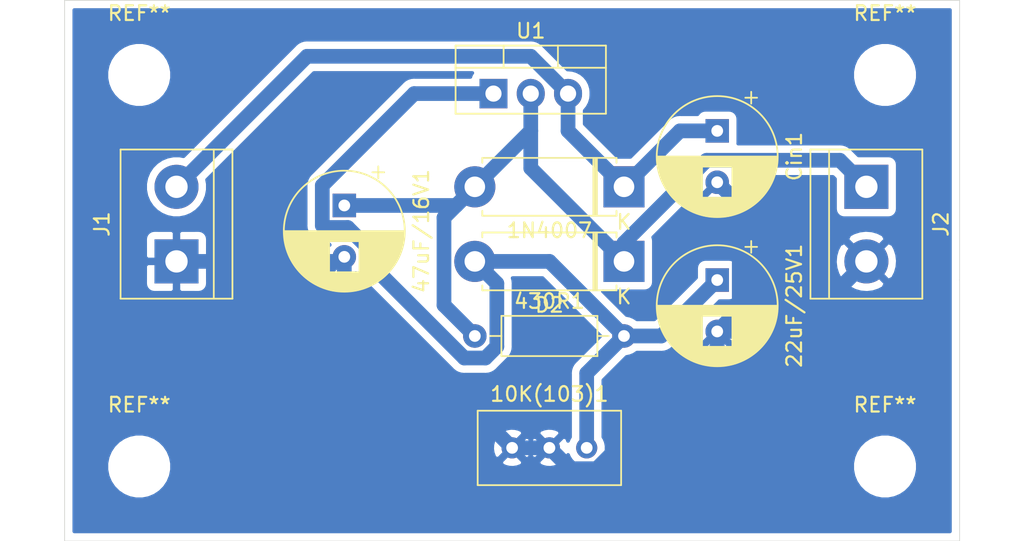
<source format=kicad_pcb>
(kicad_pcb (version 20171130) (host pcbnew "(5.1.10)-1")

  (general
    (thickness 1.6)
    (drawings 5)
    (tracks 52)
    (zones 0)
    (modules 14)
    (nets 5)
  )

  (page A4)
  (layers
    (0 F.Cu signal)
    (31 B.Cu signal)
    (32 B.Adhes user)
    (33 F.Adhes user)
    (34 B.Paste user)
    (35 F.Paste user)
    (36 B.SilkS user)
    (37 F.SilkS user)
    (38 B.Mask user)
    (39 F.Mask user)
    (40 Dwgs.User user)
    (41 Cmts.User user)
    (42 Eco1.User user)
    (43 Eco2.User user)
    (44 Edge.Cuts user)
    (45 Margin user)
    (46 B.CrtYd user)
    (47 F.CrtYd user)
    (48 B.Fab user)
    (49 F.Fab user)
  )

  (setup
    (last_trace_width 1)
    (trace_clearance 0.2)
    (zone_clearance 0.508)
    (zone_45_only no)
    (trace_min 0.2)
    (via_size 0.8)
    (via_drill 0.4)
    (via_min_size 0.4)
    (via_min_drill 0.3)
    (uvia_size 0.3)
    (uvia_drill 0.1)
    (uvias_allowed no)
    (uvia_min_size 0.2)
    (uvia_min_drill 0.1)
    (edge_width 0.05)
    (segment_width 0.2)
    (pcb_text_width 0.3)
    (pcb_text_size 1.5 1.5)
    (mod_edge_width 0.12)
    (mod_text_size 1 1)
    (mod_text_width 0.15)
    (pad_size 1.524 1.524)
    (pad_drill 0.762)
    (pad_to_mask_clearance 0)
    (aux_axis_origin 0 0)
    (visible_elements 7FFFFFFF)
    (pcbplotparams
      (layerselection 0x010fc_ffffffff)
      (usegerberextensions false)
      (usegerberattributes true)
      (usegerberadvancedattributes true)
      (creategerberjobfile true)
      (excludeedgelayer true)
      (linewidth 0.100000)
      (plotframeref false)
      (viasonmask false)
      (mode 1)
      (useauxorigin false)
      (hpglpennumber 1)
      (hpglpenspeed 20)
      (hpglpendiameter 15.000000)
      (psnegative false)
      (psa4output false)
      (plotreference true)
      (plotvalue true)
      (plotinvisibletext false)
      (padsonsilk false)
      (subtractmaskfromsilk false)
      (outputformat 1)
      (mirror false)
      (drillshape 1)
      (scaleselection 1)
      (outputdirectory ""))
  )

  (net 0 "")
  (net 1 "Net-(10K(103)1-Pad1)")
  (net 2 "Net-(10K(103)1-Pad2)")
  (net 3 "Net-(1N4007-Pad1)")
  (net 4 "Net-(1N4007-Pad2)")

  (net_class Default "This is the default net class."
    (clearance 0.2)
    (trace_width 1)
    (via_dia 0.8)
    (via_drill 0.4)
    (uvia_dia 0.3)
    (uvia_drill 0.1)
    (add_net "Net-(10K(103)1-Pad1)")
    (add_net "Net-(10K(103)1-Pad2)")
    (add_net "Net-(1N4007-Pad1)")
    (add_net "Net-(1N4007-Pad2)")
  )

  (net_class padrao ""
    (clearance 0.2)
    (trace_width 1)
    (via_dia 0.8)
    (via_drill 0.4)
    (uvia_dia 0.3)
    (uvia_drill 0.1)
  )

  (module MountingHole:MountingHole_3.2mm_M3 (layer F.Cu) (tedit 56D1B4CB) (tstamp 60B30A48)
    (at 129.54 97.79)
    (descr "Mounting Hole 3.2mm, no annular, M3")
    (tags "mounting hole 3.2mm no annular m3")
    (attr virtual)
    (fp_text reference REF** (at 0 -4.2) (layer F.SilkS)
      (effects (font (size 1 1) (thickness 0.15)))
    )
    (fp_text value MountingHole_3.2mm_M3 (at 0 4.2) (layer F.Fab)
      (effects (font (size 1 1) (thickness 0.15)))
    )
    (fp_circle (center 0 0) (end 3.45 0) (layer F.CrtYd) (width 0.05))
    (fp_circle (center 0 0) (end 3.2 0) (layer Cmts.User) (width 0.15))
    (fp_text user %R (at 0.3 0) (layer F.Fab)
      (effects (font (size 1 1) (thickness 0.15)))
    )
    (pad 1 np_thru_hole circle (at 0 0) (size 3.2 3.2) (drill 3.2) (layers *.Cu *.Mask))
  )

  (module MountingHole:MountingHole_3.2mm_M3 (layer F.Cu) (tedit 56D1B4CB) (tstamp 60B30A24)
    (at 129.54 71.12)
    (descr "Mounting Hole 3.2mm, no annular, M3")
    (tags "mounting hole 3.2mm no annular m3")
    (attr virtual)
    (fp_text reference REF** (at 0 -4.2) (layer F.SilkS)
      (effects (font (size 1 1) (thickness 0.15)))
    )
    (fp_text value MountingHole_3.2mm_M3 (at 0 4.2) (layer F.Fab)
      (effects (font (size 1 1) (thickness 0.15)))
    )
    (fp_circle (center 0 0) (end 3.45 0) (layer F.CrtYd) (width 0.05))
    (fp_circle (center 0 0) (end 3.2 0) (layer Cmts.User) (width 0.15))
    (fp_text user %R (at 0.3 0) (layer F.Fab)
      (effects (font (size 1 1) (thickness 0.15)))
    )
    (pad 1 np_thru_hole circle (at 0 0) (size 3.2 3.2) (drill 3.2) (layers *.Cu *.Mask))
  )

  (module MountingHole:MountingHole_3.2mm_M3 (layer F.Cu) (tedit 56D1B4CB) (tstamp 60B30A00)
    (at 180.34 97.79)
    (descr "Mounting Hole 3.2mm, no annular, M3")
    (tags "mounting hole 3.2mm no annular m3")
    (attr virtual)
    (fp_text reference REF** (at 0 -4.2) (layer F.SilkS)
      (effects (font (size 1 1) (thickness 0.15)))
    )
    (fp_text value MountingHole_3.2mm_M3 (at 0 4.2) (layer F.Fab)
      (effects (font (size 1 1) (thickness 0.15)))
    )
    (fp_circle (center 0 0) (end 3.45 0) (layer F.CrtYd) (width 0.05))
    (fp_circle (center 0 0) (end 3.2 0) (layer Cmts.User) (width 0.15))
    (fp_text user %R (at 0.3 0) (layer F.Fab)
      (effects (font (size 1 1) (thickness 0.15)))
    )
    (pad 1 np_thru_hole circle (at 0 0) (size 3.2 3.2) (drill 3.2) (layers *.Cu *.Mask))
  )

  (module MountingHole:MountingHole_3.2mm_M3 (layer F.Cu) (tedit 56D1B4CB) (tstamp 60B309B1)
    (at 180.34 71.12)
    (descr "Mounting Hole 3.2mm, no annular, M3")
    (tags "mounting hole 3.2mm no annular m3")
    (attr virtual)
    (fp_text reference REF** (at 0 -4.2) (layer F.SilkS)
      (effects (font (size 1 1) (thickness 0.15)))
    )
    (fp_text value MountingHole_3.2mm_M3 (at 0 4.2) (layer F.Fab)
      (effects (font (size 1 1) (thickness 0.15)))
    )
    (fp_circle (center 0 0) (end 3.45 0) (layer F.CrtYd) (width 0.05))
    (fp_circle (center 0 0) (end 3.2 0) (layer Cmts.User) (width 0.15))
    (fp_text user %R (at 0.3 0) (layer F.Fab)
      (effects (font (size 1 1) (thickness 0.15)))
    )
    (pad 1 np_thru_hole circle (at 0 0) (size 3.2 3.2) (drill 3.2) (layers *.Cu *.Mask))
  )

  (module Potentiometer_THT:Potentiometer_Bourns_3296W_Vertical (layer F.Cu) (tedit 5A3D4994) (tstamp 60B2EB19)
    (at 160.02 96.52)
    (descr "Potentiometer, vertical, Bourns 3296W, https://www.bourns.com/pdfs/3296.pdf")
    (tags "Potentiometer vertical Bourns 3296W")
    (path /60B28317)
    (fp_text reference "10K(103)1" (at -2.54 -3.66) (layer F.SilkS)
      (effects (font (size 1 1) (thickness 0.15)))
    )
    (fp_text value R_POT (at -2.54 3.67) (layer F.Fab)
      (effects (font (size 1 1) (thickness 0.15)))
    )
    (fp_circle (center 0.955 1.15) (end 2.05 1.15) (layer F.Fab) (width 0.1))
    (fp_line (start -7.305 -2.41) (end -7.305 2.42) (layer F.Fab) (width 0.1))
    (fp_line (start -7.305 2.42) (end 2.225 2.42) (layer F.Fab) (width 0.1))
    (fp_line (start 2.225 2.42) (end 2.225 -2.41) (layer F.Fab) (width 0.1))
    (fp_line (start 2.225 -2.41) (end -7.305 -2.41) (layer F.Fab) (width 0.1))
    (fp_line (start 0.955 2.235) (end 0.956 0.066) (layer F.Fab) (width 0.1))
    (fp_line (start 0.955 2.235) (end 0.956 0.066) (layer F.Fab) (width 0.1))
    (fp_line (start -7.425 -2.53) (end 2.345 -2.53) (layer F.SilkS) (width 0.12))
    (fp_line (start -7.425 2.54) (end 2.345 2.54) (layer F.SilkS) (width 0.12))
    (fp_line (start -7.425 -2.53) (end -7.425 2.54) (layer F.SilkS) (width 0.12))
    (fp_line (start 2.345 -2.53) (end 2.345 2.54) (layer F.SilkS) (width 0.12))
    (fp_line (start -7.6 -2.7) (end -7.6 2.7) (layer F.CrtYd) (width 0.05))
    (fp_line (start -7.6 2.7) (end 2.5 2.7) (layer F.CrtYd) (width 0.05))
    (fp_line (start 2.5 2.7) (end 2.5 -2.7) (layer F.CrtYd) (width 0.05))
    (fp_line (start 2.5 -2.7) (end -7.6 -2.7) (layer F.CrtYd) (width 0.05))
    (fp_text user %R (at -3.175 0.005) (layer F.Fab)
      (effects (font (size 1 1) (thickness 0.15)))
    )
    (pad 1 thru_hole circle (at 0 0) (size 1.44 1.44) (drill 0.8) (layers *.Cu *.Mask)
      (net 1 "Net-(10K(103)1-Pad1)"))
    (pad 2 thru_hole circle (at -2.54 0) (size 1.44 1.44) (drill 0.8) (layers *.Cu *.Mask)
      (net 2 "Net-(10K(103)1-Pad2)"))
    (pad 3 thru_hole circle (at -5.08 0) (size 1.44 1.44) (drill 0.8) (layers *.Cu *.Mask)
      (net 2 "Net-(10K(103)1-Pad2)"))
    (model ${KISYS3DMOD}/Potentiometer_THT.3dshapes/Potentiometer_Bourns_3296W_Vertical.wrl
      (at (xyz 0 0 0))
      (scale (xyz 1 1 1))
      (rotate (xyz 0 0 0))
    )
  )

  (module Diode_THT:D_5W_P10.16mm_Horizontal (layer F.Cu) (tedit 5AE50CD5) (tstamp 60B2EB38)
    (at 162.56 78.74 180)
    (descr "Diode, 5W series, Axial, Horizontal, pin pitch=10.16mm, , length*diameter=8.9*3.7mm^2, , http://www.diodes.com/_files/packages/8686949.gif")
    (tags "Diode 5W series Axial Horizontal pin pitch 10.16mm  length 8.9mm diameter 3.7mm")
    (path /60B28D05)
    (fp_text reference 1N4007 (at 5.08 -2.97) (layer F.SilkS)
      (effects (font (size 1 1) (thickness 0.15)))
    )
    (fp_text value D1 (at 5.08 2.97) (layer F.Fab)
      (effects (font (size 1 1) (thickness 0.15)))
    )
    (fp_line (start 0.63 -1.85) (end 0.63 1.85) (layer F.Fab) (width 0.1))
    (fp_line (start 0.63 1.85) (end 9.53 1.85) (layer F.Fab) (width 0.1))
    (fp_line (start 9.53 1.85) (end 9.53 -1.85) (layer F.Fab) (width 0.1))
    (fp_line (start 9.53 -1.85) (end 0.63 -1.85) (layer F.Fab) (width 0.1))
    (fp_line (start 0 0) (end 0.63 0) (layer F.Fab) (width 0.1))
    (fp_line (start 10.16 0) (end 9.53 0) (layer F.Fab) (width 0.1))
    (fp_line (start 1.965 -1.85) (end 1.965 1.85) (layer F.Fab) (width 0.1))
    (fp_line (start 2.065 -1.85) (end 2.065 1.85) (layer F.Fab) (width 0.1))
    (fp_line (start 1.865 -1.85) (end 1.865 1.85) (layer F.Fab) (width 0.1))
    (fp_line (start 0.51 -1.64) (end 0.51 -1.97) (layer F.SilkS) (width 0.12))
    (fp_line (start 0.51 -1.97) (end 9.65 -1.97) (layer F.SilkS) (width 0.12))
    (fp_line (start 9.65 -1.97) (end 9.65 -1.64) (layer F.SilkS) (width 0.12))
    (fp_line (start 0.51 1.64) (end 0.51 1.97) (layer F.SilkS) (width 0.12))
    (fp_line (start 0.51 1.97) (end 9.65 1.97) (layer F.SilkS) (width 0.12))
    (fp_line (start 9.65 1.97) (end 9.65 1.64) (layer F.SilkS) (width 0.12))
    (fp_line (start 1.965 -1.97) (end 1.965 1.97) (layer F.SilkS) (width 0.12))
    (fp_line (start 2.085 -1.97) (end 2.085 1.97) (layer F.SilkS) (width 0.12))
    (fp_line (start 1.845 -1.97) (end 1.845 1.97) (layer F.SilkS) (width 0.12))
    (fp_line (start -1.65 -2.1) (end -1.65 2.1) (layer F.CrtYd) (width 0.05))
    (fp_line (start -1.65 2.1) (end 11.81 2.1) (layer F.CrtYd) (width 0.05))
    (fp_line (start 11.81 2.1) (end 11.81 -2.1) (layer F.CrtYd) (width 0.05))
    (fp_line (start 11.81 -2.1) (end -1.65 -2.1) (layer F.CrtYd) (width 0.05))
    (fp_text user %R (at 5.7475 0) (layer F.Fab)
      (effects (font (size 1 1) (thickness 0.15)))
    )
    (fp_text user K (at 0 -2.4) (layer F.Fab)
      (effects (font (size 1 1) (thickness 0.15)))
    )
    (fp_text user K (at 0 -2.4) (layer F.SilkS)
      (effects (font (size 1 1) (thickness 0.15)))
    )
    (pad 1 thru_hole rect (at 0 0 180) (size 2.8 2.8) (drill 1.4) (layers *.Cu *.Mask)
      (net 3 "Net-(1N4007-Pad1)"))
    (pad 2 thru_hole oval (at 10.16 0 180) (size 2.8 2.8) (drill 1.4) (layers *.Cu *.Mask)
      (net 4 "Net-(1N4007-Pad2)"))
    (model ${KISYS3DMOD}/Diode_THT.3dshapes/D_5W_P10.16mm_Horizontal.wrl
      (at (xyz 0 0 0))
      (scale (xyz 1 1 1))
      (rotate (xyz 0 0 0))
    )
  )

  (module Capacitor_THT:CP_Radial_D8.0mm_P3.50mm (layer F.Cu) (tedit 5AE50EF0) (tstamp 60B2EBE1)
    (at 168.91 85.09 270)
    (descr "CP, Radial series, Radial, pin pitch=3.50mm, , diameter=8mm, Electrolytic Capacitor")
    (tags "CP Radial series Radial pin pitch 3.50mm  diameter 8mm Electrolytic Capacitor")
    (path /60B2B579)
    (fp_text reference 22uF/25V1 (at 1.75 -5.25 90) (layer F.SilkS)
      (effects (font (size 1 1) (thickness 0.15)))
    )
    (fp_text value Cadj (at 1.75 5.25 90) (layer F.Fab)
      (effects (font (size 1 1) (thickness 0.15)))
    )
    (fp_line (start -2.259698 -2.715) (end -2.259698 -1.915) (layer F.SilkS) (width 0.12))
    (fp_line (start -2.659698 -2.315) (end -1.859698 -2.315) (layer F.SilkS) (width 0.12))
    (fp_line (start 5.831 -0.533) (end 5.831 0.533) (layer F.SilkS) (width 0.12))
    (fp_line (start 5.791 -0.768) (end 5.791 0.768) (layer F.SilkS) (width 0.12))
    (fp_line (start 5.751 -0.948) (end 5.751 0.948) (layer F.SilkS) (width 0.12))
    (fp_line (start 5.711 -1.098) (end 5.711 1.098) (layer F.SilkS) (width 0.12))
    (fp_line (start 5.671 -1.229) (end 5.671 1.229) (layer F.SilkS) (width 0.12))
    (fp_line (start 5.631 -1.346) (end 5.631 1.346) (layer F.SilkS) (width 0.12))
    (fp_line (start 5.591 -1.453) (end 5.591 1.453) (layer F.SilkS) (width 0.12))
    (fp_line (start 5.551 -1.552) (end 5.551 1.552) (layer F.SilkS) (width 0.12))
    (fp_line (start 5.511 -1.645) (end 5.511 1.645) (layer F.SilkS) (width 0.12))
    (fp_line (start 5.471 -1.731) (end 5.471 1.731) (layer F.SilkS) (width 0.12))
    (fp_line (start 5.431 -1.813) (end 5.431 1.813) (layer F.SilkS) (width 0.12))
    (fp_line (start 5.391 -1.89) (end 5.391 1.89) (layer F.SilkS) (width 0.12))
    (fp_line (start 5.351 -1.964) (end 5.351 1.964) (layer F.SilkS) (width 0.12))
    (fp_line (start 5.311 -2.034) (end 5.311 2.034) (layer F.SilkS) (width 0.12))
    (fp_line (start 5.271 -2.102) (end 5.271 2.102) (layer F.SilkS) (width 0.12))
    (fp_line (start 5.231 -2.166) (end 5.231 2.166) (layer F.SilkS) (width 0.12))
    (fp_line (start 5.191 -2.228) (end 5.191 2.228) (layer F.SilkS) (width 0.12))
    (fp_line (start 5.151 -2.287) (end 5.151 2.287) (layer F.SilkS) (width 0.12))
    (fp_line (start 5.111 -2.345) (end 5.111 2.345) (layer F.SilkS) (width 0.12))
    (fp_line (start 5.071 -2.4) (end 5.071 2.4) (layer F.SilkS) (width 0.12))
    (fp_line (start 5.031 -2.454) (end 5.031 2.454) (layer F.SilkS) (width 0.12))
    (fp_line (start 4.991 -2.505) (end 4.991 2.505) (layer F.SilkS) (width 0.12))
    (fp_line (start 4.951 -2.556) (end 4.951 2.556) (layer F.SilkS) (width 0.12))
    (fp_line (start 4.911 -2.604) (end 4.911 2.604) (layer F.SilkS) (width 0.12))
    (fp_line (start 4.871 -2.651) (end 4.871 2.651) (layer F.SilkS) (width 0.12))
    (fp_line (start 4.831 -2.697) (end 4.831 2.697) (layer F.SilkS) (width 0.12))
    (fp_line (start 4.791 -2.741) (end 4.791 2.741) (layer F.SilkS) (width 0.12))
    (fp_line (start 4.751 -2.784) (end 4.751 2.784) (layer F.SilkS) (width 0.12))
    (fp_line (start 4.711 -2.826) (end 4.711 2.826) (layer F.SilkS) (width 0.12))
    (fp_line (start 4.671 -2.867) (end 4.671 2.867) (layer F.SilkS) (width 0.12))
    (fp_line (start 4.631 -2.907) (end 4.631 2.907) (layer F.SilkS) (width 0.12))
    (fp_line (start 4.591 -2.945) (end 4.591 2.945) (layer F.SilkS) (width 0.12))
    (fp_line (start 4.551 -2.983) (end 4.551 2.983) (layer F.SilkS) (width 0.12))
    (fp_line (start 4.511 1.04) (end 4.511 3.019) (layer F.SilkS) (width 0.12))
    (fp_line (start 4.511 -3.019) (end 4.511 -1.04) (layer F.SilkS) (width 0.12))
    (fp_line (start 4.471 1.04) (end 4.471 3.055) (layer F.SilkS) (width 0.12))
    (fp_line (start 4.471 -3.055) (end 4.471 -1.04) (layer F.SilkS) (width 0.12))
    (fp_line (start 4.431 1.04) (end 4.431 3.09) (layer F.SilkS) (width 0.12))
    (fp_line (start 4.431 -3.09) (end 4.431 -1.04) (layer F.SilkS) (width 0.12))
    (fp_line (start 4.391 1.04) (end 4.391 3.124) (layer F.SilkS) (width 0.12))
    (fp_line (start 4.391 -3.124) (end 4.391 -1.04) (layer F.SilkS) (width 0.12))
    (fp_line (start 4.351 1.04) (end 4.351 3.156) (layer F.SilkS) (width 0.12))
    (fp_line (start 4.351 -3.156) (end 4.351 -1.04) (layer F.SilkS) (width 0.12))
    (fp_line (start 4.311 1.04) (end 4.311 3.189) (layer F.SilkS) (width 0.12))
    (fp_line (start 4.311 -3.189) (end 4.311 -1.04) (layer F.SilkS) (width 0.12))
    (fp_line (start 4.271 1.04) (end 4.271 3.22) (layer F.SilkS) (width 0.12))
    (fp_line (start 4.271 -3.22) (end 4.271 -1.04) (layer F.SilkS) (width 0.12))
    (fp_line (start 4.231 1.04) (end 4.231 3.25) (layer F.SilkS) (width 0.12))
    (fp_line (start 4.231 -3.25) (end 4.231 -1.04) (layer F.SilkS) (width 0.12))
    (fp_line (start 4.191 1.04) (end 4.191 3.28) (layer F.SilkS) (width 0.12))
    (fp_line (start 4.191 -3.28) (end 4.191 -1.04) (layer F.SilkS) (width 0.12))
    (fp_line (start 4.151 1.04) (end 4.151 3.309) (layer F.SilkS) (width 0.12))
    (fp_line (start 4.151 -3.309) (end 4.151 -1.04) (layer F.SilkS) (width 0.12))
    (fp_line (start 4.111 1.04) (end 4.111 3.338) (layer F.SilkS) (width 0.12))
    (fp_line (start 4.111 -3.338) (end 4.111 -1.04) (layer F.SilkS) (width 0.12))
    (fp_line (start 4.071 1.04) (end 4.071 3.365) (layer F.SilkS) (width 0.12))
    (fp_line (start 4.071 -3.365) (end 4.071 -1.04) (layer F.SilkS) (width 0.12))
    (fp_line (start 4.031 1.04) (end 4.031 3.392) (layer F.SilkS) (width 0.12))
    (fp_line (start 4.031 -3.392) (end 4.031 -1.04) (layer F.SilkS) (width 0.12))
    (fp_line (start 3.991 1.04) (end 3.991 3.418) (layer F.SilkS) (width 0.12))
    (fp_line (start 3.991 -3.418) (end 3.991 -1.04) (layer F.SilkS) (width 0.12))
    (fp_line (start 3.951 1.04) (end 3.951 3.444) (layer F.SilkS) (width 0.12))
    (fp_line (start 3.951 -3.444) (end 3.951 -1.04) (layer F.SilkS) (width 0.12))
    (fp_line (start 3.911 1.04) (end 3.911 3.469) (layer F.SilkS) (width 0.12))
    (fp_line (start 3.911 -3.469) (end 3.911 -1.04) (layer F.SilkS) (width 0.12))
    (fp_line (start 3.871 1.04) (end 3.871 3.493) (layer F.SilkS) (width 0.12))
    (fp_line (start 3.871 -3.493) (end 3.871 -1.04) (layer F.SilkS) (width 0.12))
    (fp_line (start 3.831 1.04) (end 3.831 3.517) (layer F.SilkS) (width 0.12))
    (fp_line (start 3.831 -3.517) (end 3.831 -1.04) (layer F.SilkS) (width 0.12))
    (fp_line (start 3.791 1.04) (end 3.791 3.54) (layer F.SilkS) (width 0.12))
    (fp_line (start 3.791 -3.54) (end 3.791 -1.04) (layer F.SilkS) (width 0.12))
    (fp_line (start 3.751 1.04) (end 3.751 3.562) (layer F.SilkS) (width 0.12))
    (fp_line (start 3.751 -3.562) (end 3.751 -1.04) (layer F.SilkS) (width 0.12))
    (fp_line (start 3.711 1.04) (end 3.711 3.584) (layer F.SilkS) (width 0.12))
    (fp_line (start 3.711 -3.584) (end 3.711 -1.04) (layer F.SilkS) (width 0.12))
    (fp_line (start 3.671 1.04) (end 3.671 3.606) (layer F.SilkS) (width 0.12))
    (fp_line (start 3.671 -3.606) (end 3.671 -1.04) (layer F.SilkS) (width 0.12))
    (fp_line (start 3.631 1.04) (end 3.631 3.627) (layer F.SilkS) (width 0.12))
    (fp_line (start 3.631 -3.627) (end 3.631 -1.04) (layer F.SilkS) (width 0.12))
    (fp_line (start 3.591 1.04) (end 3.591 3.647) (layer F.SilkS) (width 0.12))
    (fp_line (start 3.591 -3.647) (end 3.591 -1.04) (layer F.SilkS) (width 0.12))
    (fp_line (start 3.551 1.04) (end 3.551 3.666) (layer F.SilkS) (width 0.12))
    (fp_line (start 3.551 -3.666) (end 3.551 -1.04) (layer F.SilkS) (width 0.12))
    (fp_line (start 3.511 1.04) (end 3.511 3.686) (layer F.SilkS) (width 0.12))
    (fp_line (start 3.511 -3.686) (end 3.511 -1.04) (layer F.SilkS) (width 0.12))
    (fp_line (start 3.471 1.04) (end 3.471 3.704) (layer F.SilkS) (width 0.12))
    (fp_line (start 3.471 -3.704) (end 3.471 -1.04) (layer F.SilkS) (width 0.12))
    (fp_line (start 3.431 1.04) (end 3.431 3.722) (layer F.SilkS) (width 0.12))
    (fp_line (start 3.431 -3.722) (end 3.431 -1.04) (layer F.SilkS) (width 0.12))
    (fp_line (start 3.391 1.04) (end 3.391 3.74) (layer F.SilkS) (width 0.12))
    (fp_line (start 3.391 -3.74) (end 3.391 -1.04) (layer F.SilkS) (width 0.12))
    (fp_line (start 3.351 1.04) (end 3.351 3.757) (layer F.SilkS) (width 0.12))
    (fp_line (start 3.351 -3.757) (end 3.351 -1.04) (layer F.SilkS) (width 0.12))
    (fp_line (start 3.311 1.04) (end 3.311 3.774) (layer F.SilkS) (width 0.12))
    (fp_line (start 3.311 -3.774) (end 3.311 -1.04) (layer F.SilkS) (width 0.12))
    (fp_line (start 3.271 1.04) (end 3.271 3.79) (layer F.SilkS) (width 0.12))
    (fp_line (start 3.271 -3.79) (end 3.271 -1.04) (layer F.SilkS) (width 0.12))
    (fp_line (start 3.231 1.04) (end 3.231 3.805) (layer F.SilkS) (width 0.12))
    (fp_line (start 3.231 -3.805) (end 3.231 -1.04) (layer F.SilkS) (width 0.12))
    (fp_line (start 3.191 1.04) (end 3.191 3.821) (layer F.SilkS) (width 0.12))
    (fp_line (start 3.191 -3.821) (end 3.191 -1.04) (layer F.SilkS) (width 0.12))
    (fp_line (start 3.151 1.04) (end 3.151 3.835) (layer F.SilkS) (width 0.12))
    (fp_line (start 3.151 -3.835) (end 3.151 -1.04) (layer F.SilkS) (width 0.12))
    (fp_line (start 3.111 1.04) (end 3.111 3.85) (layer F.SilkS) (width 0.12))
    (fp_line (start 3.111 -3.85) (end 3.111 -1.04) (layer F.SilkS) (width 0.12))
    (fp_line (start 3.071 1.04) (end 3.071 3.863) (layer F.SilkS) (width 0.12))
    (fp_line (start 3.071 -3.863) (end 3.071 -1.04) (layer F.SilkS) (width 0.12))
    (fp_line (start 3.031 1.04) (end 3.031 3.877) (layer F.SilkS) (width 0.12))
    (fp_line (start 3.031 -3.877) (end 3.031 -1.04) (layer F.SilkS) (width 0.12))
    (fp_line (start 2.991 1.04) (end 2.991 3.889) (layer F.SilkS) (width 0.12))
    (fp_line (start 2.991 -3.889) (end 2.991 -1.04) (layer F.SilkS) (width 0.12))
    (fp_line (start 2.951 1.04) (end 2.951 3.902) (layer F.SilkS) (width 0.12))
    (fp_line (start 2.951 -3.902) (end 2.951 -1.04) (layer F.SilkS) (width 0.12))
    (fp_line (start 2.911 1.04) (end 2.911 3.914) (layer F.SilkS) (width 0.12))
    (fp_line (start 2.911 -3.914) (end 2.911 -1.04) (layer F.SilkS) (width 0.12))
    (fp_line (start 2.871 1.04) (end 2.871 3.925) (layer F.SilkS) (width 0.12))
    (fp_line (start 2.871 -3.925) (end 2.871 -1.04) (layer F.SilkS) (width 0.12))
    (fp_line (start 2.831 1.04) (end 2.831 3.936) (layer F.SilkS) (width 0.12))
    (fp_line (start 2.831 -3.936) (end 2.831 -1.04) (layer F.SilkS) (width 0.12))
    (fp_line (start 2.791 1.04) (end 2.791 3.947) (layer F.SilkS) (width 0.12))
    (fp_line (start 2.791 -3.947) (end 2.791 -1.04) (layer F.SilkS) (width 0.12))
    (fp_line (start 2.751 1.04) (end 2.751 3.957) (layer F.SilkS) (width 0.12))
    (fp_line (start 2.751 -3.957) (end 2.751 -1.04) (layer F.SilkS) (width 0.12))
    (fp_line (start 2.711 1.04) (end 2.711 3.967) (layer F.SilkS) (width 0.12))
    (fp_line (start 2.711 -3.967) (end 2.711 -1.04) (layer F.SilkS) (width 0.12))
    (fp_line (start 2.671 1.04) (end 2.671 3.976) (layer F.SilkS) (width 0.12))
    (fp_line (start 2.671 -3.976) (end 2.671 -1.04) (layer F.SilkS) (width 0.12))
    (fp_line (start 2.631 1.04) (end 2.631 3.985) (layer F.SilkS) (width 0.12))
    (fp_line (start 2.631 -3.985) (end 2.631 -1.04) (layer F.SilkS) (width 0.12))
    (fp_line (start 2.591 1.04) (end 2.591 3.994) (layer F.SilkS) (width 0.12))
    (fp_line (start 2.591 -3.994) (end 2.591 -1.04) (layer F.SilkS) (width 0.12))
    (fp_line (start 2.551 1.04) (end 2.551 4.002) (layer F.SilkS) (width 0.12))
    (fp_line (start 2.551 -4.002) (end 2.551 -1.04) (layer F.SilkS) (width 0.12))
    (fp_line (start 2.511 1.04) (end 2.511 4.01) (layer F.SilkS) (width 0.12))
    (fp_line (start 2.511 -4.01) (end 2.511 -1.04) (layer F.SilkS) (width 0.12))
    (fp_line (start 2.471 1.04) (end 2.471 4.017) (layer F.SilkS) (width 0.12))
    (fp_line (start 2.471 -4.017) (end 2.471 -1.04) (layer F.SilkS) (width 0.12))
    (fp_line (start 2.43 -4.024) (end 2.43 4.024) (layer F.SilkS) (width 0.12))
    (fp_line (start 2.39 -4.03) (end 2.39 4.03) (layer F.SilkS) (width 0.12))
    (fp_line (start 2.35 -4.037) (end 2.35 4.037) (layer F.SilkS) (width 0.12))
    (fp_line (start 2.31 -4.042) (end 2.31 4.042) (layer F.SilkS) (width 0.12))
    (fp_line (start 2.27 -4.048) (end 2.27 4.048) (layer F.SilkS) (width 0.12))
    (fp_line (start 2.23 -4.052) (end 2.23 4.052) (layer F.SilkS) (width 0.12))
    (fp_line (start 2.19 -4.057) (end 2.19 4.057) (layer F.SilkS) (width 0.12))
    (fp_line (start 2.15 -4.061) (end 2.15 4.061) (layer F.SilkS) (width 0.12))
    (fp_line (start 2.11 -4.065) (end 2.11 4.065) (layer F.SilkS) (width 0.12))
    (fp_line (start 2.07 -4.068) (end 2.07 4.068) (layer F.SilkS) (width 0.12))
    (fp_line (start 2.03 -4.071) (end 2.03 4.071) (layer F.SilkS) (width 0.12))
    (fp_line (start 1.99 -4.074) (end 1.99 4.074) (layer F.SilkS) (width 0.12))
    (fp_line (start 1.95 -4.076) (end 1.95 4.076) (layer F.SilkS) (width 0.12))
    (fp_line (start 1.91 -4.077) (end 1.91 4.077) (layer F.SilkS) (width 0.12))
    (fp_line (start 1.87 -4.079) (end 1.87 4.079) (layer F.SilkS) (width 0.12))
    (fp_line (start 1.83 -4.08) (end 1.83 4.08) (layer F.SilkS) (width 0.12))
    (fp_line (start 1.79 -4.08) (end 1.79 4.08) (layer F.SilkS) (width 0.12))
    (fp_line (start 1.75 -4.08) (end 1.75 4.08) (layer F.SilkS) (width 0.12))
    (fp_line (start -1.276759 -2.1475) (end -1.276759 -1.3475) (layer F.Fab) (width 0.1))
    (fp_line (start -1.676759 -1.7475) (end -0.876759 -1.7475) (layer F.Fab) (width 0.1))
    (fp_circle (center 1.75 0) (end 6 0) (layer F.CrtYd) (width 0.05))
    (fp_circle (center 1.75 0) (end 5.87 0) (layer F.SilkS) (width 0.12))
    (fp_circle (center 1.75 0) (end 5.75 0) (layer F.Fab) (width 0.1))
    (fp_text user %R (at 1.75 0 90) (layer F.Fab)
      (effects (font (size 1 1) (thickness 0.15)))
    )
    (pad 2 thru_hole circle (at 3.5 0 270) (size 1.6 1.6) (drill 0.8) (layers *.Cu *.Mask)
      (net 2 "Net-(10K(103)1-Pad2)"))
    (pad 1 thru_hole rect (at 0 0 270) (size 1.6 1.6) (drill 0.8) (layers *.Cu *.Mask)
      (net 1 "Net-(10K(103)1-Pad1)"))
    (model ${KISYS3DMOD}/Capacitor_THT.3dshapes/CP_Radial_D8.0mm_P3.50mm.wrl
      (at (xyz 0 0 0))
      (scale (xyz 1 1 1))
      (rotate (xyz 0 0 0))
    )
  )

  (module Resistor_THT:R_Axial_DIN0207_L6.3mm_D2.5mm_P10.16mm_Horizontal (layer F.Cu) (tedit 5AE5139B) (tstamp 60B2EBF8)
    (at 152.4 88.9)
    (descr "Resistor, Axial_DIN0207 series, Axial, Horizontal, pin pitch=10.16mm, 0.25W = 1/4W, length*diameter=6.3*2.5mm^2, http://cdn-reichelt.de/documents/datenblatt/B400/1_4W%23YAG.pdf")
    (tags "Resistor Axial_DIN0207 series Axial Horizontal pin pitch 10.16mm 0.25W = 1/4W length 6.3mm diameter 2.5mm")
    (path /60B29D53)
    (fp_text reference 430R1 (at 5.08 -2.37) (layer F.SilkS)
      (effects (font (size 1 1) (thickness 0.15)))
    )
    (fp_text value R1 (at 5.08 2.37) (layer F.Fab)
      (effects (font (size 1 1) (thickness 0.15)))
    )
    (fp_line (start 1.93 -1.25) (end 1.93 1.25) (layer F.Fab) (width 0.1))
    (fp_line (start 1.93 1.25) (end 8.23 1.25) (layer F.Fab) (width 0.1))
    (fp_line (start 8.23 1.25) (end 8.23 -1.25) (layer F.Fab) (width 0.1))
    (fp_line (start 8.23 -1.25) (end 1.93 -1.25) (layer F.Fab) (width 0.1))
    (fp_line (start 0 0) (end 1.93 0) (layer F.Fab) (width 0.1))
    (fp_line (start 10.16 0) (end 8.23 0) (layer F.Fab) (width 0.1))
    (fp_line (start 1.81 -1.37) (end 1.81 1.37) (layer F.SilkS) (width 0.12))
    (fp_line (start 1.81 1.37) (end 8.35 1.37) (layer F.SilkS) (width 0.12))
    (fp_line (start 8.35 1.37) (end 8.35 -1.37) (layer F.SilkS) (width 0.12))
    (fp_line (start 8.35 -1.37) (end 1.81 -1.37) (layer F.SilkS) (width 0.12))
    (fp_line (start 1.04 0) (end 1.81 0) (layer F.SilkS) (width 0.12))
    (fp_line (start 9.12 0) (end 8.35 0) (layer F.SilkS) (width 0.12))
    (fp_line (start -1.05 -1.5) (end -1.05 1.5) (layer F.CrtYd) (width 0.05))
    (fp_line (start -1.05 1.5) (end 11.21 1.5) (layer F.CrtYd) (width 0.05))
    (fp_line (start 11.21 1.5) (end 11.21 -1.5) (layer F.CrtYd) (width 0.05))
    (fp_line (start 11.21 -1.5) (end -1.05 -1.5) (layer F.CrtYd) (width 0.05))
    (fp_text user %R (at 5.08 0) (layer F.Fab)
      (effects (font (size 1 1) (thickness 0.15)))
    )
    (pad 1 thru_hole circle (at 0 0) (size 1.6 1.6) (drill 0.8) (layers *.Cu *.Mask)
      (net 4 "Net-(1N4007-Pad2)"))
    (pad 2 thru_hole oval (at 10.16 0) (size 1.6 1.6) (drill 0.8) (layers *.Cu *.Mask)
      (net 1 "Net-(10K(103)1-Pad1)"))
    (model ${KISYS3DMOD}/Resistor_THT.3dshapes/R_Axial_DIN0207_L6.3mm_D2.5mm_P10.16mm_Horizontal.wrl
      (at (xyz 0 0 0))
      (scale (xyz 1 1 1))
      (rotate (xyz 0 0 0))
    )
  )

  (module Capacitor_THT:CP_Radial_D8.0mm_P3.50mm (layer F.Cu) (tedit 5AE50EF0) (tstamp 60B2ECA1)
    (at 143.51 80.01 270)
    (descr "CP, Radial series, Radial, pin pitch=3.50mm, , diameter=8mm, Electrolytic Capacitor")
    (tags "CP Radial series Radial pin pitch 3.50mm  diameter 8mm Electrolytic Capacitor")
    (path /60B2B716)
    (fp_text reference 47uF/16V1 (at 1.75 -5.25 90) (layer F.SilkS)
      (effects (font (size 1 1) (thickness 0.15)))
    )
    (fp_text value Co (at 1.75 5.25 90) (layer F.Fab)
      (effects (font (size 1 1) (thickness 0.15)))
    )
    (fp_circle (center 1.75 0) (end 5.75 0) (layer F.Fab) (width 0.1))
    (fp_circle (center 1.75 0) (end 5.87 0) (layer F.SilkS) (width 0.12))
    (fp_circle (center 1.75 0) (end 6 0) (layer F.CrtYd) (width 0.05))
    (fp_line (start -1.676759 -1.7475) (end -0.876759 -1.7475) (layer F.Fab) (width 0.1))
    (fp_line (start -1.276759 -2.1475) (end -1.276759 -1.3475) (layer F.Fab) (width 0.1))
    (fp_line (start 1.75 -4.08) (end 1.75 4.08) (layer F.SilkS) (width 0.12))
    (fp_line (start 1.79 -4.08) (end 1.79 4.08) (layer F.SilkS) (width 0.12))
    (fp_line (start 1.83 -4.08) (end 1.83 4.08) (layer F.SilkS) (width 0.12))
    (fp_line (start 1.87 -4.079) (end 1.87 4.079) (layer F.SilkS) (width 0.12))
    (fp_line (start 1.91 -4.077) (end 1.91 4.077) (layer F.SilkS) (width 0.12))
    (fp_line (start 1.95 -4.076) (end 1.95 4.076) (layer F.SilkS) (width 0.12))
    (fp_line (start 1.99 -4.074) (end 1.99 4.074) (layer F.SilkS) (width 0.12))
    (fp_line (start 2.03 -4.071) (end 2.03 4.071) (layer F.SilkS) (width 0.12))
    (fp_line (start 2.07 -4.068) (end 2.07 4.068) (layer F.SilkS) (width 0.12))
    (fp_line (start 2.11 -4.065) (end 2.11 4.065) (layer F.SilkS) (width 0.12))
    (fp_line (start 2.15 -4.061) (end 2.15 4.061) (layer F.SilkS) (width 0.12))
    (fp_line (start 2.19 -4.057) (end 2.19 4.057) (layer F.SilkS) (width 0.12))
    (fp_line (start 2.23 -4.052) (end 2.23 4.052) (layer F.SilkS) (width 0.12))
    (fp_line (start 2.27 -4.048) (end 2.27 4.048) (layer F.SilkS) (width 0.12))
    (fp_line (start 2.31 -4.042) (end 2.31 4.042) (layer F.SilkS) (width 0.12))
    (fp_line (start 2.35 -4.037) (end 2.35 4.037) (layer F.SilkS) (width 0.12))
    (fp_line (start 2.39 -4.03) (end 2.39 4.03) (layer F.SilkS) (width 0.12))
    (fp_line (start 2.43 -4.024) (end 2.43 4.024) (layer F.SilkS) (width 0.12))
    (fp_line (start 2.471 -4.017) (end 2.471 -1.04) (layer F.SilkS) (width 0.12))
    (fp_line (start 2.471 1.04) (end 2.471 4.017) (layer F.SilkS) (width 0.12))
    (fp_line (start 2.511 -4.01) (end 2.511 -1.04) (layer F.SilkS) (width 0.12))
    (fp_line (start 2.511 1.04) (end 2.511 4.01) (layer F.SilkS) (width 0.12))
    (fp_line (start 2.551 -4.002) (end 2.551 -1.04) (layer F.SilkS) (width 0.12))
    (fp_line (start 2.551 1.04) (end 2.551 4.002) (layer F.SilkS) (width 0.12))
    (fp_line (start 2.591 -3.994) (end 2.591 -1.04) (layer F.SilkS) (width 0.12))
    (fp_line (start 2.591 1.04) (end 2.591 3.994) (layer F.SilkS) (width 0.12))
    (fp_line (start 2.631 -3.985) (end 2.631 -1.04) (layer F.SilkS) (width 0.12))
    (fp_line (start 2.631 1.04) (end 2.631 3.985) (layer F.SilkS) (width 0.12))
    (fp_line (start 2.671 -3.976) (end 2.671 -1.04) (layer F.SilkS) (width 0.12))
    (fp_line (start 2.671 1.04) (end 2.671 3.976) (layer F.SilkS) (width 0.12))
    (fp_line (start 2.711 -3.967) (end 2.711 -1.04) (layer F.SilkS) (width 0.12))
    (fp_line (start 2.711 1.04) (end 2.711 3.967) (layer F.SilkS) (width 0.12))
    (fp_line (start 2.751 -3.957) (end 2.751 -1.04) (layer F.SilkS) (width 0.12))
    (fp_line (start 2.751 1.04) (end 2.751 3.957) (layer F.SilkS) (width 0.12))
    (fp_line (start 2.791 -3.947) (end 2.791 -1.04) (layer F.SilkS) (width 0.12))
    (fp_line (start 2.791 1.04) (end 2.791 3.947) (layer F.SilkS) (width 0.12))
    (fp_line (start 2.831 -3.936) (end 2.831 -1.04) (layer F.SilkS) (width 0.12))
    (fp_line (start 2.831 1.04) (end 2.831 3.936) (layer F.SilkS) (width 0.12))
    (fp_line (start 2.871 -3.925) (end 2.871 -1.04) (layer F.SilkS) (width 0.12))
    (fp_line (start 2.871 1.04) (end 2.871 3.925) (layer F.SilkS) (width 0.12))
    (fp_line (start 2.911 -3.914) (end 2.911 -1.04) (layer F.SilkS) (width 0.12))
    (fp_line (start 2.911 1.04) (end 2.911 3.914) (layer F.SilkS) (width 0.12))
    (fp_line (start 2.951 -3.902) (end 2.951 -1.04) (layer F.SilkS) (width 0.12))
    (fp_line (start 2.951 1.04) (end 2.951 3.902) (layer F.SilkS) (width 0.12))
    (fp_line (start 2.991 -3.889) (end 2.991 -1.04) (layer F.SilkS) (width 0.12))
    (fp_line (start 2.991 1.04) (end 2.991 3.889) (layer F.SilkS) (width 0.12))
    (fp_line (start 3.031 -3.877) (end 3.031 -1.04) (layer F.SilkS) (width 0.12))
    (fp_line (start 3.031 1.04) (end 3.031 3.877) (layer F.SilkS) (width 0.12))
    (fp_line (start 3.071 -3.863) (end 3.071 -1.04) (layer F.SilkS) (width 0.12))
    (fp_line (start 3.071 1.04) (end 3.071 3.863) (layer F.SilkS) (width 0.12))
    (fp_line (start 3.111 -3.85) (end 3.111 -1.04) (layer F.SilkS) (width 0.12))
    (fp_line (start 3.111 1.04) (end 3.111 3.85) (layer F.SilkS) (width 0.12))
    (fp_line (start 3.151 -3.835) (end 3.151 -1.04) (layer F.SilkS) (width 0.12))
    (fp_line (start 3.151 1.04) (end 3.151 3.835) (layer F.SilkS) (width 0.12))
    (fp_line (start 3.191 -3.821) (end 3.191 -1.04) (layer F.SilkS) (width 0.12))
    (fp_line (start 3.191 1.04) (end 3.191 3.821) (layer F.SilkS) (width 0.12))
    (fp_line (start 3.231 -3.805) (end 3.231 -1.04) (layer F.SilkS) (width 0.12))
    (fp_line (start 3.231 1.04) (end 3.231 3.805) (layer F.SilkS) (width 0.12))
    (fp_line (start 3.271 -3.79) (end 3.271 -1.04) (layer F.SilkS) (width 0.12))
    (fp_line (start 3.271 1.04) (end 3.271 3.79) (layer F.SilkS) (width 0.12))
    (fp_line (start 3.311 -3.774) (end 3.311 -1.04) (layer F.SilkS) (width 0.12))
    (fp_line (start 3.311 1.04) (end 3.311 3.774) (layer F.SilkS) (width 0.12))
    (fp_line (start 3.351 -3.757) (end 3.351 -1.04) (layer F.SilkS) (width 0.12))
    (fp_line (start 3.351 1.04) (end 3.351 3.757) (layer F.SilkS) (width 0.12))
    (fp_line (start 3.391 -3.74) (end 3.391 -1.04) (layer F.SilkS) (width 0.12))
    (fp_line (start 3.391 1.04) (end 3.391 3.74) (layer F.SilkS) (width 0.12))
    (fp_line (start 3.431 -3.722) (end 3.431 -1.04) (layer F.SilkS) (width 0.12))
    (fp_line (start 3.431 1.04) (end 3.431 3.722) (layer F.SilkS) (width 0.12))
    (fp_line (start 3.471 -3.704) (end 3.471 -1.04) (layer F.SilkS) (width 0.12))
    (fp_line (start 3.471 1.04) (end 3.471 3.704) (layer F.SilkS) (width 0.12))
    (fp_line (start 3.511 -3.686) (end 3.511 -1.04) (layer F.SilkS) (width 0.12))
    (fp_line (start 3.511 1.04) (end 3.511 3.686) (layer F.SilkS) (width 0.12))
    (fp_line (start 3.551 -3.666) (end 3.551 -1.04) (layer F.SilkS) (width 0.12))
    (fp_line (start 3.551 1.04) (end 3.551 3.666) (layer F.SilkS) (width 0.12))
    (fp_line (start 3.591 -3.647) (end 3.591 -1.04) (layer F.SilkS) (width 0.12))
    (fp_line (start 3.591 1.04) (end 3.591 3.647) (layer F.SilkS) (width 0.12))
    (fp_line (start 3.631 -3.627) (end 3.631 -1.04) (layer F.SilkS) (width 0.12))
    (fp_line (start 3.631 1.04) (end 3.631 3.627) (layer F.SilkS) (width 0.12))
    (fp_line (start 3.671 -3.606) (end 3.671 -1.04) (layer F.SilkS) (width 0.12))
    (fp_line (start 3.671 1.04) (end 3.671 3.606) (layer F.SilkS) (width 0.12))
    (fp_line (start 3.711 -3.584) (end 3.711 -1.04) (layer F.SilkS) (width 0.12))
    (fp_line (start 3.711 1.04) (end 3.711 3.584) (layer F.SilkS) (width 0.12))
    (fp_line (start 3.751 -3.562) (end 3.751 -1.04) (layer F.SilkS) (width 0.12))
    (fp_line (start 3.751 1.04) (end 3.751 3.562) (layer F.SilkS) (width 0.12))
    (fp_line (start 3.791 -3.54) (end 3.791 -1.04) (layer F.SilkS) (width 0.12))
    (fp_line (start 3.791 1.04) (end 3.791 3.54) (layer F.SilkS) (width 0.12))
    (fp_line (start 3.831 -3.517) (end 3.831 -1.04) (layer F.SilkS) (width 0.12))
    (fp_line (start 3.831 1.04) (end 3.831 3.517) (layer F.SilkS) (width 0.12))
    (fp_line (start 3.871 -3.493) (end 3.871 -1.04) (layer F.SilkS) (width 0.12))
    (fp_line (start 3.871 1.04) (end 3.871 3.493) (layer F.SilkS) (width 0.12))
    (fp_line (start 3.911 -3.469) (end 3.911 -1.04) (layer F.SilkS) (width 0.12))
    (fp_line (start 3.911 1.04) (end 3.911 3.469) (layer F.SilkS) (width 0.12))
    (fp_line (start 3.951 -3.444) (end 3.951 -1.04) (layer F.SilkS) (width 0.12))
    (fp_line (start 3.951 1.04) (end 3.951 3.444) (layer F.SilkS) (width 0.12))
    (fp_line (start 3.991 -3.418) (end 3.991 -1.04) (layer F.SilkS) (width 0.12))
    (fp_line (start 3.991 1.04) (end 3.991 3.418) (layer F.SilkS) (width 0.12))
    (fp_line (start 4.031 -3.392) (end 4.031 -1.04) (layer F.SilkS) (width 0.12))
    (fp_line (start 4.031 1.04) (end 4.031 3.392) (layer F.SilkS) (width 0.12))
    (fp_line (start 4.071 -3.365) (end 4.071 -1.04) (layer F.SilkS) (width 0.12))
    (fp_line (start 4.071 1.04) (end 4.071 3.365) (layer F.SilkS) (width 0.12))
    (fp_line (start 4.111 -3.338) (end 4.111 -1.04) (layer F.SilkS) (width 0.12))
    (fp_line (start 4.111 1.04) (end 4.111 3.338) (layer F.SilkS) (width 0.12))
    (fp_line (start 4.151 -3.309) (end 4.151 -1.04) (layer F.SilkS) (width 0.12))
    (fp_line (start 4.151 1.04) (end 4.151 3.309) (layer F.SilkS) (width 0.12))
    (fp_line (start 4.191 -3.28) (end 4.191 -1.04) (layer F.SilkS) (width 0.12))
    (fp_line (start 4.191 1.04) (end 4.191 3.28) (layer F.SilkS) (width 0.12))
    (fp_line (start 4.231 -3.25) (end 4.231 -1.04) (layer F.SilkS) (width 0.12))
    (fp_line (start 4.231 1.04) (end 4.231 3.25) (layer F.SilkS) (width 0.12))
    (fp_line (start 4.271 -3.22) (end 4.271 -1.04) (layer F.SilkS) (width 0.12))
    (fp_line (start 4.271 1.04) (end 4.271 3.22) (layer F.SilkS) (width 0.12))
    (fp_line (start 4.311 -3.189) (end 4.311 -1.04) (layer F.SilkS) (width 0.12))
    (fp_line (start 4.311 1.04) (end 4.311 3.189) (layer F.SilkS) (width 0.12))
    (fp_line (start 4.351 -3.156) (end 4.351 -1.04) (layer F.SilkS) (width 0.12))
    (fp_line (start 4.351 1.04) (end 4.351 3.156) (layer F.SilkS) (width 0.12))
    (fp_line (start 4.391 -3.124) (end 4.391 -1.04) (layer F.SilkS) (width 0.12))
    (fp_line (start 4.391 1.04) (end 4.391 3.124) (layer F.SilkS) (width 0.12))
    (fp_line (start 4.431 -3.09) (end 4.431 -1.04) (layer F.SilkS) (width 0.12))
    (fp_line (start 4.431 1.04) (end 4.431 3.09) (layer F.SilkS) (width 0.12))
    (fp_line (start 4.471 -3.055) (end 4.471 -1.04) (layer F.SilkS) (width 0.12))
    (fp_line (start 4.471 1.04) (end 4.471 3.055) (layer F.SilkS) (width 0.12))
    (fp_line (start 4.511 -3.019) (end 4.511 -1.04) (layer F.SilkS) (width 0.12))
    (fp_line (start 4.511 1.04) (end 4.511 3.019) (layer F.SilkS) (width 0.12))
    (fp_line (start 4.551 -2.983) (end 4.551 2.983) (layer F.SilkS) (width 0.12))
    (fp_line (start 4.591 -2.945) (end 4.591 2.945) (layer F.SilkS) (width 0.12))
    (fp_line (start 4.631 -2.907) (end 4.631 2.907) (layer F.SilkS) (width 0.12))
    (fp_line (start 4.671 -2.867) (end 4.671 2.867) (layer F.SilkS) (width 0.12))
    (fp_line (start 4.711 -2.826) (end 4.711 2.826) (layer F.SilkS) (width 0.12))
    (fp_line (start 4.751 -2.784) (end 4.751 2.784) (layer F.SilkS) (width 0.12))
    (fp_line (start 4.791 -2.741) (end 4.791 2.741) (layer F.SilkS) (width 0.12))
    (fp_line (start 4.831 -2.697) (end 4.831 2.697) (layer F.SilkS) (width 0.12))
    (fp_line (start 4.871 -2.651) (end 4.871 2.651) (layer F.SilkS) (width 0.12))
    (fp_line (start 4.911 -2.604) (end 4.911 2.604) (layer F.SilkS) (width 0.12))
    (fp_line (start 4.951 -2.556) (end 4.951 2.556) (layer F.SilkS) (width 0.12))
    (fp_line (start 4.991 -2.505) (end 4.991 2.505) (layer F.SilkS) (width 0.12))
    (fp_line (start 5.031 -2.454) (end 5.031 2.454) (layer F.SilkS) (width 0.12))
    (fp_line (start 5.071 -2.4) (end 5.071 2.4) (layer F.SilkS) (width 0.12))
    (fp_line (start 5.111 -2.345) (end 5.111 2.345) (layer F.SilkS) (width 0.12))
    (fp_line (start 5.151 -2.287) (end 5.151 2.287) (layer F.SilkS) (width 0.12))
    (fp_line (start 5.191 -2.228) (end 5.191 2.228) (layer F.SilkS) (width 0.12))
    (fp_line (start 5.231 -2.166) (end 5.231 2.166) (layer F.SilkS) (width 0.12))
    (fp_line (start 5.271 -2.102) (end 5.271 2.102) (layer F.SilkS) (width 0.12))
    (fp_line (start 5.311 -2.034) (end 5.311 2.034) (layer F.SilkS) (width 0.12))
    (fp_line (start 5.351 -1.964) (end 5.351 1.964) (layer F.SilkS) (width 0.12))
    (fp_line (start 5.391 -1.89) (end 5.391 1.89) (layer F.SilkS) (width 0.12))
    (fp_line (start 5.431 -1.813) (end 5.431 1.813) (layer F.SilkS) (width 0.12))
    (fp_line (start 5.471 -1.731) (end 5.471 1.731) (layer F.SilkS) (width 0.12))
    (fp_line (start 5.511 -1.645) (end 5.511 1.645) (layer F.SilkS) (width 0.12))
    (fp_line (start 5.551 -1.552) (end 5.551 1.552) (layer F.SilkS) (width 0.12))
    (fp_line (start 5.591 -1.453) (end 5.591 1.453) (layer F.SilkS) (width 0.12))
    (fp_line (start 5.631 -1.346) (end 5.631 1.346) (layer F.SilkS) (width 0.12))
    (fp_line (start 5.671 -1.229) (end 5.671 1.229) (layer F.SilkS) (width 0.12))
    (fp_line (start 5.711 -1.098) (end 5.711 1.098) (layer F.SilkS) (width 0.12))
    (fp_line (start 5.751 -0.948) (end 5.751 0.948) (layer F.SilkS) (width 0.12))
    (fp_line (start 5.791 -0.768) (end 5.791 0.768) (layer F.SilkS) (width 0.12))
    (fp_line (start 5.831 -0.533) (end 5.831 0.533) (layer F.SilkS) (width 0.12))
    (fp_line (start -2.659698 -2.315) (end -1.859698 -2.315) (layer F.SilkS) (width 0.12))
    (fp_line (start -2.259698 -2.715) (end -2.259698 -1.915) (layer F.SilkS) (width 0.12))
    (fp_text user %R (at 1.75 0 90) (layer F.Fab)
      (effects (font (size 1 1) (thickness 0.15)))
    )
    (pad 1 thru_hole rect (at 0 0 270) (size 1.6 1.6) (drill 0.8) (layers *.Cu *.Mask)
      (net 4 "Net-(1N4007-Pad2)"))
    (pad 2 thru_hole circle (at 3.5 0 270) (size 1.6 1.6) (drill 0.8) (layers *.Cu *.Mask)
      (net 2 "Net-(10K(103)1-Pad2)"))
    (model ${KISYS3DMOD}/Capacitor_THT.3dshapes/CP_Radial_D8.0mm_P3.50mm.wrl
      (at (xyz 0 0 0))
      (scale (xyz 1 1 1))
      (rotate (xyz 0 0 0))
    )
  )

  (module Capacitor_THT:CP_Radial_D8.0mm_P3.50mm (layer F.Cu) (tedit 5AE50EF0) (tstamp 60B2ED4A)
    (at 168.91 74.93 270)
    (descr "CP, Radial series, Radial, pin pitch=3.50mm, , diameter=8mm, Electrolytic Capacitor")
    (tags "CP Radial series Radial pin pitch 3.50mm  diameter 8mm Electrolytic Capacitor")
    (path /60B2741C)
    (fp_text reference Cin1 (at 1.75 -5.25 90) (layer F.SilkS)
      (effects (font (size 1 1) (thickness 0.15)))
    )
    (fp_text value 100uF/50V (at 1.75 5.25 90) (layer F.Fab)
      (effects (font (size 1 1) (thickness 0.15)))
    )
    (fp_circle (center 1.75 0) (end 5.75 0) (layer F.Fab) (width 0.1))
    (fp_circle (center 1.75 0) (end 5.87 0) (layer F.SilkS) (width 0.12))
    (fp_circle (center 1.75 0) (end 6 0) (layer F.CrtYd) (width 0.05))
    (fp_line (start -1.676759 -1.7475) (end -0.876759 -1.7475) (layer F.Fab) (width 0.1))
    (fp_line (start -1.276759 -2.1475) (end -1.276759 -1.3475) (layer F.Fab) (width 0.1))
    (fp_line (start 1.75 -4.08) (end 1.75 4.08) (layer F.SilkS) (width 0.12))
    (fp_line (start 1.79 -4.08) (end 1.79 4.08) (layer F.SilkS) (width 0.12))
    (fp_line (start 1.83 -4.08) (end 1.83 4.08) (layer F.SilkS) (width 0.12))
    (fp_line (start 1.87 -4.079) (end 1.87 4.079) (layer F.SilkS) (width 0.12))
    (fp_line (start 1.91 -4.077) (end 1.91 4.077) (layer F.SilkS) (width 0.12))
    (fp_line (start 1.95 -4.076) (end 1.95 4.076) (layer F.SilkS) (width 0.12))
    (fp_line (start 1.99 -4.074) (end 1.99 4.074) (layer F.SilkS) (width 0.12))
    (fp_line (start 2.03 -4.071) (end 2.03 4.071) (layer F.SilkS) (width 0.12))
    (fp_line (start 2.07 -4.068) (end 2.07 4.068) (layer F.SilkS) (width 0.12))
    (fp_line (start 2.11 -4.065) (end 2.11 4.065) (layer F.SilkS) (width 0.12))
    (fp_line (start 2.15 -4.061) (end 2.15 4.061) (layer F.SilkS) (width 0.12))
    (fp_line (start 2.19 -4.057) (end 2.19 4.057) (layer F.SilkS) (width 0.12))
    (fp_line (start 2.23 -4.052) (end 2.23 4.052) (layer F.SilkS) (width 0.12))
    (fp_line (start 2.27 -4.048) (end 2.27 4.048) (layer F.SilkS) (width 0.12))
    (fp_line (start 2.31 -4.042) (end 2.31 4.042) (layer F.SilkS) (width 0.12))
    (fp_line (start 2.35 -4.037) (end 2.35 4.037) (layer F.SilkS) (width 0.12))
    (fp_line (start 2.39 -4.03) (end 2.39 4.03) (layer F.SilkS) (width 0.12))
    (fp_line (start 2.43 -4.024) (end 2.43 4.024) (layer F.SilkS) (width 0.12))
    (fp_line (start 2.471 -4.017) (end 2.471 -1.04) (layer F.SilkS) (width 0.12))
    (fp_line (start 2.471 1.04) (end 2.471 4.017) (layer F.SilkS) (width 0.12))
    (fp_line (start 2.511 -4.01) (end 2.511 -1.04) (layer F.SilkS) (width 0.12))
    (fp_line (start 2.511 1.04) (end 2.511 4.01) (layer F.SilkS) (width 0.12))
    (fp_line (start 2.551 -4.002) (end 2.551 -1.04) (layer F.SilkS) (width 0.12))
    (fp_line (start 2.551 1.04) (end 2.551 4.002) (layer F.SilkS) (width 0.12))
    (fp_line (start 2.591 -3.994) (end 2.591 -1.04) (layer F.SilkS) (width 0.12))
    (fp_line (start 2.591 1.04) (end 2.591 3.994) (layer F.SilkS) (width 0.12))
    (fp_line (start 2.631 -3.985) (end 2.631 -1.04) (layer F.SilkS) (width 0.12))
    (fp_line (start 2.631 1.04) (end 2.631 3.985) (layer F.SilkS) (width 0.12))
    (fp_line (start 2.671 -3.976) (end 2.671 -1.04) (layer F.SilkS) (width 0.12))
    (fp_line (start 2.671 1.04) (end 2.671 3.976) (layer F.SilkS) (width 0.12))
    (fp_line (start 2.711 -3.967) (end 2.711 -1.04) (layer F.SilkS) (width 0.12))
    (fp_line (start 2.711 1.04) (end 2.711 3.967) (layer F.SilkS) (width 0.12))
    (fp_line (start 2.751 -3.957) (end 2.751 -1.04) (layer F.SilkS) (width 0.12))
    (fp_line (start 2.751 1.04) (end 2.751 3.957) (layer F.SilkS) (width 0.12))
    (fp_line (start 2.791 -3.947) (end 2.791 -1.04) (layer F.SilkS) (width 0.12))
    (fp_line (start 2.791 1.04) (end 2.791 3.947) (layer F.SilkS) (width 0.12))
    (fp_line (start 2.831 -3.936) (end 2.831 -1.04) (layer F.SilkS) (width 0.12))
    (fp_line (start 2.831 1.04) (end 2.831 3.936) (layer F.SilkS) (width 0.12))
    (fp_line (start 2.871 -3.925) (end 2.871 -1.04) (layer F.SilkS) (width 0.12))
    (fp_line (start 2.871 1.04) (end 2.871 3.925) (layer F.SilkS) (width 0.12))
    (fp_line (start 2.911 -3.914) (end 2.911 -1.04) (layer F.SilkS) (width 0.12))
    (fp_line (start 2.911 1.04) (end 2.911 3.914) (layer F.SilkS) (width 0.12))
    (fp_line (start 2.951 -3.902) (end 2.951 -1.04) (layer F.SilkS) (width 0.12))
    (fp_line (start 2.951 1.04) (end 2.951 3.902) (layer F.SilkS) (width 0.12))
    (fp_line (start 2.991 -3.889) (end 2.991 -1.04) (layer F.SilkS) (width 0.12))
    (fp_line (start 2.991 1.04) (end 2.991 3.889) (layer F.SilkS) (width 0.12))
    (fp_line (start 3.031 -3.877) (end 3.031 -1.04) (layer F.SilkS) (width 0.12))
    (fp_line (start 3.031 1.04) (end 3.031 3.877) (layer F.SilkS) (width 0.12))
    (fp_line (start 3.071 -3.863) (end 3.071 -1.04) (layer F.SilkS) (width 0.12))
    (fp_line (start 3.071 1.04) (end 3.071 3.863) (layer F.SilkS) (width 0.12))
    (fp_line (start 3.111 -3.85) (end 3.111 -1.04) (layer F.SilkS) (width 0.12))
    (fp_line (start 3.111 1.04) (end 3.111 3.85) (layer F.SilkS) (width 0.12))
    (fp_line (start 3.151 -3.835) (end 3.151 -1.04) (layer F.SilkS) (width 0.12))
    (fp_line (start 3.151 1.04) (end 3.151 3.835) (layer F.SilkS) (width 0.12))
    (fp_line (start 3.191 -3.821) (end 3.191 -1.04) (layer F.SilkS) (width 0.12))
    (fp_line (start 3.191 1.04) (end 3.191 3.821) (layer F.SilkS) (width 0.12))
    (fp_line (start 3.231 -3.805) (end 3.231 -1.04) (layer F.SilkS) (width 0.12))
    (fp_line (start 3.231 1.04) (end 3.231 3.805) (layer F.SilkS) (width 0.12))
    (fp_line (start 3.271 -3.79) (end 3.271 -1.04) (layer F.SilkS) (width 0.12))
    (fp_line (start 3.271 1.04) (end 3.271 3.79) (layer F.SilkS) (width 0.12))
    (fp_line (start 3.311 -3.774) (end 3.311 -1.04) (layer F.SilkS) (width 0.12))
    (fp_line (start 3.311 1.04) (end 3.311 3.774) (layer F.SilkS) (width 0.12))
    (fp_line (start 3.351 -3.757) (end 3.351 -1.04) (layer F.SilkS) (width 0.12))
    (fp_line (start 3.351 1.04) (end 3.351 3.757) (layer F.SilkS) (width 0.12))
    (fp_line (start 3.391 -3.74) (end 3.391 -1.04) (layer F.SilkS) (width 0.12))
    (fp_line (start 3.391 1.04) (end 3.391 3.74) (layer F.SilkS) (width 0.12))
    (fp_line (start 3.431 -3.722) (end 3.431 -1.04) (layer F.SilkS) (width 0.12))
    (fp_line (start 3.431 1.04) (end 3.431 3.722) (layer F.SilkS) (width 0.12))
    (fp_line (start 3.471 -3.704) (end 3.471 -1.04) (layer F.SilkS) (width 0.12))
    (fp_line (start 3.471 1.04) (end 3.471 3.704) (layer F.SilkS) (width 0.12))
    (fp_line (start 3.511 -3.686) (end 3.511 -1.04) (layer F.SilkS) (width 0.12))
    (fp_line (start 3.511 1.04) (end 3.511 3.686) (layer F.SilkS) (width 0.12))
    (fp_line (start 3.551 -3.666) (end 3.551 -1.04) (layer F.SilkS) (width 0.12))
    (fp_line (start 3.551 1.04) (end 3.551 3.666) (layer F.SilkS) (width 0.12))
    (fp_line (start 3.591 -3.647) (end 3.591 -1.04) (layer F.SilkS) (width 0.12))
    (fp_line (start 3.591 1.04) (end 3.591 3.647) (layer F.SilkS) (width 0.12))
    (fp_line (start 3.631 -3.627) (end 3.631 -1.04) (layer F.SilkS) (width 0.12))
    (fp_line (start 3.631 1.04) (end 3.631 3.627) (layer F.SilkS) (width 0.12))
    (fp_line (start 3.671 -3.606) (end 3.671 -1.04) (layer F.SilkS) (width 0.12))
    (fp_line (start 3.671 1.04) (end 3.671 3.606) (layer F.SilkS) (width 0.12))
    (fp_line (start 3.711 -3.584) (end 3.711 -1.04) (layer F.SilkS) (width 0.12))
    (fp_line (start 3.711 1.04) (end 3.711 3.584) (layer F.SilkS) (width 0.12))
    (fp_line (start 3.751 -3.562) (end 3.751 -1.04) (layer F.SilkS) (width 0.12))
    (fp_line (start 3.751 1.04) (end 3.751 3.562) (layer F.SilkS) (width 0.12))
    (fp_line (start 3.791 -3.54) (end 3.791 -1.04) (layer F.SilkS) (width 0.12))
    (fp_line (start 3.791 1.04) (end 3.791 3.54) (layer F.SilkS) (width 0.12))
    (fp_line (start 3.831 -3.517) (end 3.831 -1.04) (layer F.SilkS) (width 0.12))
    (fp_line (start 3.831 1.04) (end 3.831 3.517) (layer F.SilkS) (width 0.12))
    (fp_line (start 3.871 -3.493) (end 3.871 -1.04) (layer F.SilkS) (width 0.12))
    (fp_line (start 3.871 1.04) (end 3.871 3.493) (layer F.SilkS) (width 0.12))
    (fp_line (start 3.911 -3.469) (end 3.911 -1.04) (layer F.SilkS) (width 0.12))
    (fp_line (start 3.911 1.04) (end 3.911 3.469) (layer F.SilkS) (width 0.12))
    (fp_line (start 3.951 -3.444) (end 3.951 -1.04) (layer F.SilkS) (width 0.12))
    (fp_line (start 3.951 1.04) (end 3.951 3.444) (layer F.SilkS) (width 0.12))
    (fp_line (start 3.991 -3.418) (end 3.991 -1.04) (layer F.SilkS) (width 0.12))
    (fp_line (start 3.991 1.04) (end 3.991 3.418) (layer F.SilkS) (width 0.12))
    (fp_line (start 4.031 -3.392) (end 4.031 -1.04) (layer F.SilkS) (width 0.12))
    (fp_line (start 4.031 1.04) (end 4.031 3.392) (layer F.SilkS) (width 0.12))
    (fp_line (start 4.071 -3.365) (end 4.071 -1.04) (layer F.SilkS) (width 0.12))
    (fp_line (start 4.071 1.04) (end 4.071 3.365) (layer F.SilkS) (width 0.12))
    (fp_line (start 4.111 -3.338) (end 4.111 -1.04) (layer F.SilkS) (width 0.12))
    (fp_line (start 4.111 1.04) (end 4.111 3.338) (layer F.SilkS) (width 0.12))
    (fp_line (start 4.151 -3.309) (end 4.151 -1.04) (layer F.SilkS) (width 0.12))
    (fp_line (start 4.151 1.04) (end 4.151 3.309) (layer F.SilkS) (width 0.12))
    (fp_line (start 4.191 -3.28) (end 4.191 -1.04) (layer F.SilkS) (width 0.12))
    (fp_line (start 4.191 1.04) (end 4.191 3.28) (layer F.SilkS) (width 0.12))
    (fp_line (start 4.231 -3.25) (end 4.231 -1.04) (layer F.SilkS) (width 0.12))
    (fp_line (start 4.231 1.04) (end 4.231 3.25) (layer F.SilkS) (width 0.12))
    (fp_line (start 4.271 -3.22) (end 4.271 -1.04) (layer F.SilkS) (width 0.12))
    (fp_line (start 4.271 1.04) (end 4.271 3.22) (layer F.SilkS) (width 0.12))
    (fp_line (start 4.311 -3.189) (end 4.311 -1.04) (layer F.SilkS) (width 0.12))
    (fp_line (start 4.311 1.04) (end 4.311 3.189) (layer F.SilkS) (width 0.12))
    (fp_line (start 4.351 -3.156) (end 4.351 -1.04) (layer F.SilkS) (width 0.12))
    (fp_line (start 4.351 1.04) (end 4.351 3.156) (layer F.SilkS) (width 0.12))
    (fp_line (start 4.391 -3.124) (end 4.391 -1.04) (layer F.SilkS) (width 0.12))
    (fp_line (start 4.391 1.04) (end 4.391 3.124) (layer F.SilkS) (width 0.12))
    (fp_line (start 4.431 -3.09) (end 4.431 -1.04) (layer F.SilkS) (width 0.12))
    (fp_line (start 4.431 1.04) (end 4.431 3.09) (layer F.SilkS) (width 0.12))
    (fp_line (start 4.471 -3.055) (end 4.471 -1.04) (layer F.SilkS) (width 0.12))
    (fp_line (start 4.471 1.04) (end 4.471 3.055) (layer F.SilkS) (width 0.12))
    (fp_line (start 4.511 -3.019) (end 4.511 -1.04) (layer F.SilkS) (width 0.12))
    (fp_line (start 4.511 1.04) (end 4.511 3.019) (layer F.SilkS) (width 0.12))
    (fp_line (start 4.551 -2.983) (end 4.551 2.983) (layer F.SilkS) (width 0.12))
    (fp_line (start 4.591 -2.945) (end 4.591 2.945) (layer F.SilkS) (width 0.12))
    (fp_line (start 4.631 -2.907) (end 4.631 2.907) (layer F.SilkS) (width 0.12))
    (fp_line (start 4.671 -2.867) (end 4.671 2.867) (layer F.SilkS) (width 0.12))
    (fp_line (start 4.711 -2.826) (end 4.711 2.826) (layer F.SilkS) (width 0.12))
    (fp_line (start 4.751 -2.784) (end 4.751 2.784) (layer F.SilkS) (width 0.12))
    (fp_line (start 4.791 -2.741) (end 4.791 2.741) (layer F.SilkS) (width 0.12))
    (fp_line (start 4.831 -2.697) (end 4.831 2.697) (layer F.SilkS) (width 0.12))
    (fp_line (start 4.871 -2.651) (end 4.871 2.651) (layer F.SilkS) (width 0.12))
    (fp_line (start 4.911 -2.604) (end 4.911 2.604) (layer F.SilkS) (width 0.12))
    (fp_line (start 4.951 -2.556) (end 4.951 2.556) (layer F.SilkS) (width 0.12))
    (fp_line (start 4.991 -2.505) (end 4.991 2.505) (layer F.SilkS) (width 0.12))
    (fp_line (start 5.031 -2.454) (end 5.031 2.454) (layer F.SilkS) (width 0.12))
    (fp_line (start 5.071 -2.4) (end 5.071 2.4) (layer F.SilkS) (width 0.12))
    (fp_line (start 5.111 -2.345) (end 5.111 2.345) (layer F.SilkS) (width 0.12))
    (fp_line (start 5.151 -2.287) (end 5.151 2.287) (layer F.SilkS) (width 0.12))
    (fp_line (start 5.191 -2.228) (end 5.191 2.228) (layer F.SilkS) (width 0.12))
    (fp_line (start 5.231 -2.166) (end 5.231 2.166) (layer F.SilkS) (width 0.12))
    (fp_line (start 5.271 -2.102) (end 5.271 2.102) (layer F.SilkS) (width 0.12))
    (fp_line (start 5.311 -2.034) (end 5.311 2.034) (layer F.SilkS) (width 0.12))
    (fp_line (start 5.351 -1.964) (end 5.351 1.964) (layer F.SilkS) (width 0.12))
    (fp_line (start 5.391 -1.89) (end 5.391 1.89) (layer F.SilkS) (width 0.12))
    (fp_line (start 5.431 -1.813) (end 5.431 1.813) (layer F.SilkS) (width 0.12))
    (fp_line (start 5.471 -1.731) (end 5.471 1.731) (layer F.SilkS) (width 0.12))
    (fp_line (start 5.511 -1.645) (end 5.511 1.645) (layer F.SilkS) (width 0.12))
    (fp_line (start 5.551 -1.552) (end 5.551 1.552) (layer F.SilkS) (width 0.12))
    (fp_line (start 5.591 -1.453) (end 5.591 1.453) (layer F.SilkS) (width 0.12))
    (fp_line (start 5.631 -1.346) (end 5.631 1.346) (layer F.SilkS) (width 0.12))
    (fp_line (start 5.671 -1.229) (end 5.671 1.229) (layer F.SilkS) (width 0.12))
    (fp_line (start 5.711 -1.098) (end 5.711 1.098) (layer F.SilkS) (width 0.12))
    (fp_line (start 5.751 -0.948) (end 5.751 0.948) (layer F.SilkS) (width 0.12))
    (fp_line (start 5.791 -0.768) (end 5.791 0.768) (layer F.SilkS) (width 0.12))
    (fp_line (start 5.831 -0.533) (end 5.831 0.533) (layer F.SilkS) (width 0.12))
    (fp_line (start -2.659698 -2.315) (end -1.859698 -2.315) (layer F.SilkS) (width 0.12))
    (fp_line (start -2.259698 -2.715) (end -2.259698 -1.915) (layer F.SilkS) (width 0.12))
    (fp_text user %R (at 1.75 0 90) (layer F.Fab)
      (effects (font (size 1 1) (thickness 0.15)))
    )
    (pad 1 thru_hole rect (at 0 0 270) (size 1.6 1.6) (drill 0.8) (layers *.Cu *.Mask)
      (net 3 "Net-(1N4007-Pad1)"))
    (pad 2 thru_hole circle (at 3.5 0 270) (size 1.6 1.6) (drill 0.8) (layers *.Cu *.Mask)
      (net 2 "Net-(10K(103)1-Pad2)"))
    (model ${KISYS3DMOD}/Capacitor_THT.3dshapes/CP_Radial_D8.0mm_P3.50mm.wrl
      (at (xyz 0 0 0))
      (scale (xyz 1 1 1))
      (rotate (xyz 0 0 0))
    )
  )

  (module Diode_THT:D_5W_P10.16mm_Horizontal (layer F.Cu) (tedit 5AE50CD5) (tstamp 60B2ED69)
    (at 162.56 83.82 180)
    (descr "Diode, 5W series, Axial, Horizontal, pin pitch=10.16mm, , length*diameter=8.9*3.7mm^2, , http://www.diodes.com/_files/packages/8686949.gif")
    (tags "Diode 5W series Axial Horizontal pin pitch 10.16mm  length 8.9mm diameter 3.7mm")
    (path /60B2CA3A)
    (fp_text reference D2 (at 5.08 -2.97) (layer F.SilkS)
      (effects (font (size 1 1) (thickness 0.15)))
    )
    (fp_text value 1N4007 (at 5.08 2.97) (layer F.Fab)
      (effects (font (size 1 1) (thickness 0.15)))
    )
    (fp_line (start 11.81 -2.1) (end -1.65 -2.1) (layer F.CrtYd) (width 0.05))
    (fp_line (start 11.81 2.1) (end 11.81 -2.1) (layer F.CrtYd) (width 0.05))
    (fp_line (start -1.65 2.1) (end 11.81 2.1) (layer F.CrtYd) (width 0.05))
    (fp_line (start -1.65 -2.1) (end -1.65 2.1) (layer F.CrtYd) (width 0.05))
    (fp_line (start 1.845 -1.97) (end 1.845 1.97) (layer F.SilkS) (width 0.12))
    (fp_line (start 2.085 -1.97) (end 2.085 1.97) (layer F.SilkS) (width 0.12))
    (fp_line (start 1.965 -1.97) (end 1.965 1.97) (layer F.SilkS) (width 0.12))
    (fp_line (start 9.65 1.97) (end 9.65 1.64) (layer F.SilkS) (width 0.12))
    (fp_line (start 0.51 1.97) (end 9.65 1.97) (layer F.SilkS) (width 0.12))
    (fp_line (start 0.51 1.64) (end 0.51 1.97) (layer F.SilkS) (width 0.12))
    (fp_line (start 9.65 -1.97) (end 9.65 -1.64) (layer F.SilkS) (width 0.12))
    (fp_line (start 0.51 -1.97) (end 9.65 -1.97) (layer F.SilkS) (width 0.12))
    (fp_line (start 0.51 -1.64) (end 0.51 -1.97) (layer F.SilkS) (width 0.12))
    (fp_line (start 1.865 -1.85) (end 1.865 1.85) (layer F.Fab) (width 0.1))
    (fp_line (start 2.065 -1.85) (end 2.065 1.85) (layer F.Fab) (width 0.1))
    (fp_line (start 1.965 -1.85) (end 1.965 1.85) (layer F.Fab) (width 0.1))
    (fp_line (start 10.16 0) (end 9.53 0) (layer F.Fab) (width 0.1))
    (fp_line (start 0 0) (end 0.63 0) (layer F.Fab) (width 0.1))
    (fp_line (start 9.53 -1.85) (end 0.63 -1.85) (layer F.Fab) (width 0.1))
    (fp_line (start 9.53 1.85) (end 9.53 -1.85) (layer F.Fab) (width 0.1))
    (fp_line (start 0.63 1.85) (end 9.53 1.85) (layer F.Fab) (width 0.1))
    (fp_line (start 0.63 -1.85) (end 0.63 1.85) (layer F.Fab) (width 0.1))
    (fp_text user K (at 0 -2.4) (layer F.SilkS)
      (effects (font (size 1 1) (thickness 0.15)))
    )
    (fp_text user K (at 0 -2.4) (layer F.Fab)
      (effects (font (size 1 1) (thickness 0.15)))
    )
    (fp_text user %R (at 5.7475 0) (layer F.Fab)
      (effects (font (size 1 1) (thickness 0.15)))
    )
    (pad 2 thru_hole oval (at 10.16 0 180) (size 2.8 2.8) (drill 1.4) (layers *.Cu *.Mask)
      (net 1 "Net-(10K(103)1-Pad1)"))
    (pad 1 thru_hole rect (at 0 0 180) (size 2.8 2.8) (drill 1.4) (layers *.Cu *.Mask)
      (net 4 "Net-(1N4007-Pad2)"))
    (model ${KISYS3DMOD}/Diode_THT.3dshapes/D_5W_P10.16mm_Horizontal.wrl
      (at (xyz 0 0 0))
      (scale (xyz 1 1 1))
      (rotate (xyz 0 0 0))
    )
  )

  (module TerminalBlock:TerminalBlock_bornier-2_P5.08mm (layer F.Cu) (tedit 59FF03AB) (tstamp 60B2ED7E)
    (at 132.08 83.82 90)
    (descr "simple 2-pin terminal block, pitch 5.08mm, revamped version of bornier2")
    (tags "terminal block bornier2")
    (path /60B24FC0)
    (fp_text reference J1 (at 2.54 -5.08 90) (layer F.SilkS)
      (effects (font (size 1 1) (thickness 0.15)))
    )
    (fp_text value Screw_Terminal_01x02 (at 2.54 5.08 90) (layer F.Fab)
      (effects (font (size 1 1) (thickness 0.15)))
    )
    (fp_line (start -2.41 2.55) (end 7.49 2.55) (layer F.Fab) (width 0.1))
    (fp_line (start -2.46 -3.75) (end -2.46 3.75) (layer F.Fab) (width 0.1))
    (fp_line (start -2.46 3.75) (end 7.54 3.75) (layer F.Fab) (width 0.1))
    (fp_line (start 7.54 3.75) (end 7.54 -3.75) (layer F.Fab) (width 0.1))
    (fp_line (start 7.54 -3.75) (end -2.46 -3.75) (layer F.Fab) (width 0.1))
    (fp_line (start 7.62 2.54) (end -2.54 2.54) (layer F.SilkS) (width 0.12))
    (fp_line (start 7.62 3.81) (end 7.62 -3.81) (layer F.SilkS) (width 0.12))
    (fp_line (start 7.62 -3.81) (end -2.54 -3.81) (layer F.SilkS) (width 0.12))
    (fp_line (start -2.54 -3.81) (end -2.54 3.81) (layer F.SilkS) (width 0.12))
    (fp_line (start -2.54 3.81) (end 7.62 3.81) (layer F.SilkS) (width 0.12))
    (fp_line (start -2.71 -4) (end 7.79 -4) (layer F.CrtYd) (width 0.05))
    (fp_line (start -2.71 -4) (end -2.71 4) (layer F.CrtYd) (width 0.05))
    (fp_line (start 7.79 4) (end 7.79 -4) (layer F.CrtYd) (width 0.05))
    (fp_line (start 7.79 4) (end -2.71 4) (layer F.CrtYd) (width 0.05))
    (fp_text user %R (at 2.54 0 90) (layer F.Fab)
      (effects (font (size 1 1) (thickness 0.15)))
    )
    (pad 1 thru_hole rect (at 0 0 90) (size 3 3) (drill 1.52) (layers *.Cu *.Mask)
      (net 2 "Net-(10K(103)1-Pad2)"))
    (pad 2 thru_hole circle (at 5.08 0 90) (size 3 3) (drill 1.52) (layers *.Cu *.Mask)
      (net 3 "Net-(1N4007-Pad1)"))
    (model ${KISYS3DMOD}/TerminalBlock.3dshapes/TerminalBlock_bornier-2_P5.08mm.wrl
      (offset (xyz 2.539999961853027 0 0))
      (scale (xyz 1 1 1))
      (rotate (xyz 0 0 0))
    )
  )

  (module TerminalBlock:TerminalBlock_bornier-2_P5.08mm (layer F.Cu) (tedit 59FF03AB) (tstamp 60B2ED93)
    (at 179.07 78.74 270)
    (descr "simple 2-pin terminal block, pitch 5.08mm, revamped version of bornier2")
    (tags "terminal block bornier2")
    (path /60B2C414)
    (fp_text reference J2 (at 2.54 -5.08 90) (layer F.SilkS)
      (effects (font (size 1 1) (thickness 0.15)))
    )
    (fp_text value Screw_Terminal_01x02 (at 2.54 5.08 90) (layer F.Fab)
      (effects (font (size 1 1) (thickness 0.15)))
    )
    (fp_line (start 7.79 4) (end -2.71 4) (layer F.CrtYd) (width 0.05))
    (fp_line (start 7.79 4) (end 7.79 -4) (layer F.CrtYd) (width 0.05))
    (fp_line (start -2.71 -4) (end -2.71 4) (layer F.CrtYd) (width 0.05))
    (fp_line (start -2.71 -4) (end 7.79 -4) (layer F.CrtYd) (width 0.05))
    (fp_line (start -2.54 3.81) (end 7.62 3.81) (layer F.SilkS) (width 0.12))
    (fp_line (start -2.54 -3.81) (end -2.54 3.81) (layer F.SilkS) (width 0.12))
    (fp_line (start 7.62 -3.81) (end -2.54 -3.81) (layer F.SilkS) (width 0.12))
    (fp_line (start 7.62 3.81) (end 7.62 -3.81) (layer F.SilkS) (width 0.12))
    (fp_line (start 7.62 2.54) (end -2.54 2.54) (layer F.SilkS) (width 0.12))
    (fp_line (start 7.54 -3.75) (end -2.46 -3.75) (layer F.Fab) (width 0.1))
    (fp_line (start 7.54 3.75) (end 7.54 -3.75) (layer F.Fab) (width 0.1))
    (fp_line (start -2.46 3.75) (end 7.54 3.75) (layer F.Fab) (width 0.1))
    (fp_line (start -2.46 -3.75) (end -2.46 3.75) (layer F.Fab) (width 0.1))
    (fp_line (start -2.41 2.55) (end 7.49 2.55) (layer F.Fab) (width 0.1))
    (fp_text user %R (at 2.54 0 90) (layer F.Fab)
      (effects (font (size 1 1) (thickness 0.15)))
    )
    (pad 2 thru_hole circle (at 5.08 0 270) (size 3 3) (drill 1.52) (layers *.Cu *.Mask)
      (net 2 "Net-(10K(103)1-Pad2)"))
    (pad 1 thru_hole rect (at 0 0 270) (size 3 3) (drill 1.52) (layers *.Cu *.Mask)
      (net 4 "Net-(1N4007-Pad2)"))
    (model ${KISYS3DMOD}/TerminalBlock.3dshapes/TerminalBlock_bornier-2_P5.08mm.wrl
      (offset (xyz 2.539999961853027 0 0))
      (scale (xyz 1 1 1))
      (rotate (xyz 0 0 0))
    )
  )

  (module Package_TO_SOT_THT:TO-220-3_Vertical (layer F.Cu) (tedit 5AC8BA0D) (tstamp 60B2EDAD)
    (at 153.67 72.39)
    (descr "TO-220-3, Vertical, RM 2.54mm, see https://www.vishay.com/docs/66542/to-220-1.pdf")
    (tags "TO-220-3 Vertical RM 2.54mm")
    (path /60B26AF9)
    (fp_text reference U1 (at 2.54 -4.27) (layer F.SilkS)
      (effects (font (size 1 1) (thickness 0.15)))
    )
    (fp_text value LM317 (at 2.54 2.5) (layer F.Fab)
      (effects (font (size 1 1) (thickness 0.15)))
    )
    (fp_line (start -2.46 -3.15) (end -2.46 1.25) (layer F.Fab) (width 0.1))
    (fp_line (start -2.46 1.25) (end 7.54 1.25) (layer F.Fab) (width 0.1))
    (fp_line (start 7.54 1.25) (end 7.54 -3.15) (layer F.Fab) (width 0.1))
    (fp_line (start 7.54 -3.15) (end -2.46 -3.15) (layer F.Fab) (width 0.1))
    (fp_line (start -2.46 -1.88) (end 7.54 -1.88) (layer F.Fab) (width 0.1))
    (fp_line (start 0.69 -3.15) (end 0.69 -1.88) (layer F.Fab) (width 0.1))
    (fp_line (start 4.39 -3.15) (end 4.39 -1.88) (layer F.Fab) (width 0.1))
    (fp_line (start -2.58 -3.27) (end 7.66 -3.27) (layer F.SilkS) (width 0.12))
    (fp_line (start -2.58 1.371) (end 7.66 1.371) (layer F.SilkS) (width 0.12))
    (fp_line (start -2.58 -3.27) (end -2.58 1.371) (layer F.SilkS) (width 0.12))
    (fp_line (start 7.66 -3.27) (end 7.66 1.371) (layer F.SilkS) (width 0.12))
    (fp_line (start -2.58 -1.76) (end 7.66 -1.76) (layer F.SilkS) (width 0.12))
    (fp_line (start 0.69 -3.27) (end 0.69 -1.76) (layer F.SilkS) (width 0.12))
    (fp_line (start 4.391 -3.27) (end 4.391 -1.76) (layer F.SilkS) (width 0.12))
    (fp_line (start -2.71 -3.4) (end -2.71 1.51) (layer F.CrtYd) (width 0.05))
    (fp_line (start -2.71 1.51) (end 7.79 1.51) (layer F.CrtYd) (width 0.05))
    (fp_line (start 7.79 1.51) (end 7.79 -3.4) (layer F.CrtYd) (width 0.05))
    (fp_line (start 7.79 -3.4) (end -2.71 -3.4) (layer F.CrtYd) (width 0.05))
    (fp_text user %R (at 2.54 -4.27) (layer F.Fab)
      (effects (font (size 1 1) (thickness 0.15)))
    )
    (pad 1 thru_hole rect (at 0 0) (size 1.905 2) (drill 1.1) (layers *.Cu *.Mask)
      (net 1 "Net-(10K(103)1-Pad1)"))
    (pad 2 thru_hole oval (at 2.54 0) (size 1.905 2) (drill 1.1) (layers *.Cu *.Mask)
      (net 4 "Net-(1N4007-Pad2)"))
    (pad 3 thru_hole oval (at 5.08 0) (size 1.905 2) (drill 1.1) (layers *.Cu *.Mask)
      (net 3 "Net-(1N4007-Pad1)"))
    (model ${KISYS3DMOD}/Package_TO_SOT_THT.3dshapes/TO-220-3_Vertical.wrl
      (at (xyz 0 0 0))
      (scale (xyz 1 1 1))
      (rotate (xyz 0 0 0))
    )
  )

  (gr_line (start 185.42 66.04) (end 185.42 85.09) (layer Edge.Cuts) (width 0.05) (tstamp 60B30821))
  (gr_line (start 124.46 66.04) (end 185.42 66.04) (layer Edge.Cuts) (width 0.05))
  (gr_line (start 124.46 102.87) (end 124.46 66.04) (layer Edge.Cuts) (width 0.05))
  (gr_line (start 185.42 102.87) (end 124.46 102.87) (layer Edge.Cuts) (width 0.05))
  (gr_line (start 185.42 85.09) (end 185.42 102.87) (layer Edge.Cuts) (width 0.05))

  (segment (start 157.48 83.82) (end 162.56 88.9) (width 1) (layer B.Cu) (net 1))
  (segment (start 152.4 83.82) (end 157.48 83.82) (width 1) (layer B.Cu) (net 1))
  (segment (start 165.1 88.9) (end 168.91 85.09) (width 1) (layer B.Cu) (net 1))
  (segment (start 162.56 88.9) (end 165.1 88.9) (width 1) (layer B.Cu) (net 1))
  (segment (start 142.009999 78.649999) (end 148.269998 72.39) (width 1) (layer B.Cu) (net 1))
  (segment (start 148.269998 72.39) (end 153.67 72.39) (width 1) (layer B.Cu) (net 1))
  (segment (start 142.009999 81.370001) (end 142.009999 78.649999) (width 1) (layer B.Cu) (net 1))
  (segment (start 142.149999 81.510001) (end 142.009999 81.370001) (width 1) (layer B.Cu) (net 1))
  (segment (start 143.740001 81.510001) (end 142.149999 81.510001) (width 1) (layer B.Cu) (net 1))
  (segment (start 145.010001 82.780001) (end 143.740001 81.510001) (width 1) (layer B.Cu) (net 1))
  (segment (start 153.120001 90.400001) (end 151.679999 90.400001) (width 1) (layer B.Cu) (net 1))
  (segment (start 153.900001 89.620001) (end 153.120001 90.400001) (width 1) (layer B.Cu) (net 1))
  (segment (start 151.679999 90.400001) (end 145.010001 83.730003) (width 1) (layer B.Cu) (net 1))
  (segment (start 153.900001 85.320001) (end 153.900001 89.620001) (width 1) (layer B.Cu) (net 1))
  (segment (start 145.010001 83.730003) (end 145.010001 82.780001) (width 1) (layer B.Cu) (net 1))
  (segment (start 152.4 83.82) (end 153.900001 85.320001) (width 1) (layer B.Cu) (net 1))
  (segment (start 160.02 91.44) (end 162.56 88.9) (width 1) (layer B.Cu) (net 1))
  (segment (start 160.02 96.52) (end 160.02 91.44) (width 1) (layer B.Cu) (net 1))
  (segment (start 143.2 83.82) (end 143.51 83.51) (width 1) (layer B.Cu) (net 2))
  (segment (start 132.08 83.82) (end 143.2 83.82) (width 1) (layer B.Cu) (net 2))
  (segment (start 143.51 85.09) (end 154.94 96.52) (width 1) (layer B.Cu) (net 2))
  (segment (start 143.51 83.51) (end 143.51 85.09) (width 1) (layer B.Cu) (net 2))
  (segment (start 154.94 96.52) (end 157.48 96.52) (width 1) (layer B.Cu) (net 2))
  (segment (start 168.91 89.731602) (end 168.91 88.59) (width 1) (layer B.Cu) (net 2))
  (segment (start 160.701601 97.940001) (end 168.91 89.731602) (width 1) (layer B.Cu) (net 2))
  (segment (start 158.900001 97.940001) (end 160.701601 97.940001) (width 1) (layer B.Cu) (net 2))
  (segment (start 157.48 96.52) (end 158.900001 97.940001) (width 1) (layer B.Cu) (net 2))
  (segment (start 174.3 88.59) (end 179.07 83.82) (width 1) (layer B.Cu) (net 2))
  (segment (start 168.91 88.59) (end 174.3 88.59) (width 1) (layer B.Cu) (net 2))
  (segment (start 170.410001 79.930001) (end 168.91 78.43) (width 1) (layer B.Cu) (net 2))
  (segment (start 170.410001 87.089999) (end 170.410001 79.930001) (width 1) (layer B.Cu) (net 2))
  (segment (start 168.91 88.59) (end 170.410001 87.089999) (width 1) (layer B.Cu) (net 2))
  (segment (start 132.08 78.74) (end 140.97 69.85) (width 1) (layer B.Cu) (net 3))
  (segment (start 156.21 69.85) (end 158.75 72.39) (width 1) (layer B.Cu) (net 3))
  (segment (start 140.97 69.85) (end 156.21 69.85) (width 1) (layer B.Cu) (net 3))
  (segment (start 166.37 74.93) (end 162.56 78.74) (width 1) (layer B.Cu) (net 3))
  (segment (start 168.91 74.93) (end 166.37 74.93) (width 1) (layer B.Cu) (net 3))
  (segment (start 158.75 74.93) (end 162.56 78.74) (width 1) (layer B.Cu) (net 3))
  (segment (start 158.75 72.39) (end 158.75 74.93) (width 1) (layer B.Cu) (net 3))
  (segment (start 151.13 80.01) (end 152.4 78.74) (width 1) (layer B.Cu) (net 4))
  (segment (start 143.51 80.01) (end 151.13 80.01) (width 1) (layer B.Cu) (net 4))
  (segment (start 156.21 74.93) (end 156.21 72.39) (width 1) (layer B.Cu) (net 4))
  (segment (start 152.4 78.74) (end 156.21 74.93) (width 1) (layer B.Cu) (net 4))
  (segment (start 150.299999 86.799999) (end 152.4 88.9) (width 1) (layer B.Cu) (net 4))
  (segment (start 150.299999 80.840001) (end 150.299999 86.799999) (width 1) (layer B.Cu) (net 4))
  (segment (start 152.4 78.74) (end 150.299999 80.840001) (width 1) (layer B.Cu) (net 4))
  (segment (start 156.21 77.47) (end 162.56 83.82) (width 1) (layer B.Cu) (net 4))
  (segment (start 156.21 74.93) (end 156.21 77.47) (width 1) (layer B.Cu) (net 4))
  (segment (start 177.259999 76.929999) (end 179.07 78.74) (width 1) (layer B.Cu) (net 4))
  (segment (start 168.189999 76.929999) (end 177.259999 76.929999) (width 1) (layer B.Cu) (net 4))
  (segment (start 162.56 82.559998) (end 168.189999 76.929999) (width 1) (layer B.Cu) (net 4))
  (segment (start 162.56 83.82) (end 162.56 82.559998) (width 1) (layer B.Cu) (net 4))

  (zone (net 2) (net_name "Net-(10K(103)1-Pad2)") (layer B.Cu) (tstamp 0) (hatch edge 0.508)
    (connect_pads (clearance 0.508))
    (min_thickness 0.254)
    (fill yes (arc_segments 32) (thermal_gap 0.508) (thermal_bridge_width 0.508))
    (polygon
      (pts
        (xy 185.42 102.87) (xy 124.46 102.87) (xy 124.46 66.04) (xy 185.42 66.04)
      )
    )
    (filled_polygon
      (pts
        (xy 184.760001 85.057572) (xy 184.76 85.057582) (xy 184.760001 102.21) (xy 125.12 102.21) (xy 125.12 97.569872)
        (xy 127.305 97.569872) (xy 127.305 98.010128) (xy 127.39089 98.441925) (xy 127.559369 98.848669) (xy 127.803962 99.214729)
        (xy 128.115271 99.526038) (xy 128.481331 99.770631) (xy 128.888075 99.93911) (xy 129.319872 100.025) (xy 129.760128 100.025)
        (xy 130.191925 99.93911) (xy 130.598669 99.770631) (xy 130.964729 99.526038) (xy 131.276038 99.214729) (xy 131.520631 98.848669)
        (xy 131.68911 98.441925) (xy 131.775 98.010128) (xy 131.775 97.569872) (xy 131.752262 97.45556) (xy 154.184045 97.45556)
        (xy 154.245932 97.691368) (xy 154.48779 97.804266) (xy 154.747027 97.867811) (xy 155.01368 97.879561) (xy 155.277501 97.839063)
        (xy 155.528353 97.747875) (xy 155.634068 97.691368) (xy 155.695955 97.45556) (xy 156.724045 97.45556) (xy 156.785932 97.691368)
        (xy 157.02779 97.804266) (xy 157.287027 97.867811) (xy 157.55368 97.879561) (xy 157.817501 97.839063) (xy 158.068353 97.747875)
        (xy 158.174068 97.691368) (xy 158.235955 97.45556) (xy 157.48 96.699605) (xy 156.724045 97.45556) (xy 155.695955 97.45556)
        (xy 154.94 96.699605) (xy 154.184045 97.45556) (xy 131.752262 97.45556) (xy 131.68911 97.138075) (xy 131.520631 96.731331)
        (xy 131.428656 96.59368) (xy 153.580439 96.59368) (xy 153.620937 96.857501) (xy 153.712125 97.108353) (xy 153.768632 97.214068)
        (xy 154.00444 97.275955) (xy 154.760395 96.52) (xy 155.119605 96.52) (xy 155.87556 97.275955) (xy 156.111368 97.214068)
        (xy 156.212105 96.998262) (xy 156.252125 97.108353) (xy 156.308632 97.214068) (xy 156.54444 97.275955) (xy 157.300395 96.52)
        (xy 156.54444 95.764045) (xy 156.308632 95.825932) (xy 156.207895 96.041738) (xy 156.167875 95.931647) (xy 156.111368 95.825932)
        (xy 155.87556 95.764045) (xy 155.119605 96.52) (xy 154.760395 96.52) (xy 154.00444 95.764045) (xy 153.768632 95.825932)
        (xy 153.655734 96.06779) (xy 153.592189 96.327027) (xy 153.580439 96.59368) (xy 131.428656 96.59368) (xy 131.276038 96.365271)
        (xy 130.964729 96.053962) (xy 130.598669 95.809369) (xy 130.191925 95.64089) (xy 129.908133 95.58444) (xy 154.184045 95.58444)
        (xy 154.94 96.340395) (xy 155.695955 95.58444) (xy 156.724045 95.58444) (xy 157.48 96.340395) (xy 158.235955 95.58444)
        (xy 158.174068 95.348632) (xy 157.93221 95.235734) (xy 157.672973 95.172189) (xy 157.40632 95.160439) (xy 157.142499 95.200937)
        (xy 156.891647 95.292125) (xy 156.785932 95.348632) (xy 156.724045 95.58444) (xy 155.695955 95.58444) (xy 155.634068 95.348632)
        (xy 155.39221 95.235734) (xy 155.132973 95.172189) (xy 154.86632 95.160439) (xy 154.602499 95.200937) (xy 154.351647 95.292125)
        (xy 154.245932 95.348632) (xy 154.184045 95.58444) (xy 129.908133 95.58444) (xy 129.760128 95.555) (xy 129.319872 95.555)
        (xy 128.888075 95.64089) (xy 128.481331 95.809369) (xy 128.115271 96.053962) (xy 127.803962 96.365271) (xy 127.559369 96.731331)
        (xy 127.39089 97.138075) (xy 127.305 97.569872) (xy 125.12 97.569872) (xy 125.12 85.32) (xy 129.941928 85.32)
        (xy 129.954188 85.444482) (xy 129.990498 85.56418) (xy 130.049463 85.674494) (xy 130.128815 85.771185) (xy 130.225506 85.850537)
        (xy 130.33582 85.909502) (xy 130.455518 85.945812) (xy 130.58 85.958072) (xy 131.79425 85.955) (xy 131.953 85.79625)
        (xy 131.953 83.947) (xy 132.207 83.947) (xy 132.207 85.79625) (xy 132.36575 85.955) (xy 133.58 85.958072)
        (xy 133.704482 85.945812) (xy 133.82418 85.909502) (xy 133.934494 85.850537) (xy 134.031185 85.771185) (xy 134.110537 85.674494)
        (xy 134.169502 85.56418) (xy 134.205812 85.444482) (xy 134.218072 85.32) (xy 134.215 84.10575) (xy 134.05625 83.947)
        (xy 132.207 83.947) (xy 131.953 83.947) (xy 130.10375 83.947) (xy 129.945 84.10575) (xy 129.941928 85.32)
        (xy 125.12 85.32) (xy 125.12 82.32) (xy 129.941928 82.32) (xy 129.945 83.53425) (xy 130.10375 83.693)
        (xy 131.953 83.693) (xy 131.953 81.84375) (xy 132.207 81.84375) (xy 132.207 83.693) (xy 134.05625 83.693)
        (xy 134.215 83.53425) (xy 134.218072 82.32) (xy 134.205812 82.195518) (xy 134.169502 82.07582) (xy 134.110537 81.965506)
        (xy 134.031185 81.868815) (xy 133.934494 81.789463) (xy 133.82418 81.730498) (xy 133.704482 81.694188) (xy 133.58 81.681928)
        (xy 132.36575 81.685) (xy 132.207 81.84375) (xy 131.953 81.84375) (xy 131.79425 81.685) (xy 130.58 81.681928)
        (xy 130.455518 81.694188) (xy 130.33582 81.730498) (xy 130.225506 81.789463) (xy 130.128815 81.868815) (xy 130.049463 81.965506)
        (xy 129.990498 82.07582) (xy 129.954188 82.195518) (xy 129.941928 82.32) (xy 125.12 82.32) (xy 125.12 78.529721)
        (xy 129.945 78.529721) (xy 129.945 78.950279) (xy 130.027047 79.362756) (xy 130.187988 79.751302) (xy 130.421637 80.100983)
        (xy 130.719017 80.398363) (xy 131.068698 80.632012) (xy 131.457244 80.792953) (xy 131.869721 80.875) (xy 132.290279 80.875)
        (xy 132.702756 80.792953) (xy 133.091302 80.632012) (xy 133.440983 80.398363) (xy 133.738363 80.100983) (xy 133.972012 79.751302)
        (xy 134.132953 79.362756) (xy 134.215 78.950279) (xy 134.215 78.529721) (xy 134.161977 78.263155) (xy 141.440133 70.985)
        (xy 152.228412 70.985) (xy 152.186963 71.035506) (xy 152.127998 71.14582) (xy 152.094879 71.255) (xy 148.325739 71.255)
        (xy 148.269997 71.24951) (xy 148.214255 71.255) (xy 148.214246 71.255) (xy 148.047499 71.271423) (xy 147.833551 71.336324)
        (xy 147.636375 71.441716) (xy 147.463549 71.583551) (xy 147.428007 71.626859) (xy 141.246859 77.808008) (xy 141.203551 77.84355)
        (xy 141.061716 78.016376) (xy 141.044505 78.048576) (xy 140.956323 78.213553) (xy 140.891422 78.427501) (xy 140.869508 78.649999)
        (xy 140.875 78.70576) (xy 140.874999 81.314249) (xy 140.869508 81.370001) (xy 140.874999 81.425752) (xy 140.891422 81.592499)
        (xy 140.956323 81.806447) (xy 141.061715 82.003624) (xy 141.20355 82.17645) (xy 141.246864 82.211997) (xy 141.308003 82.273136)
        (xy 141.34355 82.31645) (xy 141.516376 82.458285) (xy 141.713552 82.563677) (xy 141.9275 82.628578) (xy 142.094247 82.645001)
        (xy 142.094248 82.645001) (xy 142.149999 82.650492) (xy 142.20575 82.645001) (xy 142.465394 82.645001) (xy 142.517296 82.696903)
        (xy 142.273329 82.768486) (xy 142.152429 83.023996) (xy 142.0837 83.298184) (xy 142.069783 83.580512) (xy 142.111213 83.86013)
        (xy 142.206397 84.126292) (xy 142.273329 84.251514) (xy 142.517298 84.323097) (xy 143.330395 83.51) (xy 143.316253 83.495858)
        (xy 143.495858 83.316253) (xy 143.51 83.330395) (xy 143.524143 83.316253) (xy 143.703748 83.495858) (xy 143.689605 83.51)
        (xy 143.703748 83.524143) (xy 143.524143 83.703748) (xy 143.51 83.689605) (xy 142.696903 84.502702) (xy 142.768486 84.746671)
        (xy 143.023996 84.867571) (xy 143.298184 84.9363) (xy 143.580512 84.950217) (xy 143.86013 84.908787) (xy 144.126292 84.813603)
        (xy 144.251514 84.746671) (xy 144.290084 84.615217) (xy 150.838012 91.163147) (xy 150.87355 91.20645) (xy 150.916853 91.241988)
        (xy 150.916855 91.24199) (xy 151.046376 91.348285) (xy 151.243552 91.453677) (xy 151.4575 91.518578) (xy 151.679999 91.540492)
        (xy 151.735751 91.535001) (xy 153.06425 91.535001) (xy 153.120001 91.540492) (xy 153.175752 91.535001) (xy 153.175753 91.535001)
        (xy 153.3425 91.518578) (xy 153.556448 91.453677) (xy 153.753624 91.348285) (xy 153.92645 91.20645) (xy 153.961996 91.163137)
        (xy 154.663146 90.461989) (xy 154.70645 90.42645) (xy 154.781502 90.335) (xy 154.848285 90.253624) (xy 154.953677 90.056448)
        (xy 155.018578 89.8425) (xy 155.040492 89.620001) (xy 155.035001 89.564249) (xy 155.035001 85.375753) (xy 155.040492 85.320001)
        (xy 155.018578 85.097502) (xy 154.97535 84.955) (xy 157.009869 84.955) (xy 160.954868 88.9) (xy 159.25686 90.598009)
        (xy 159.213552 90.633551) (xy 159.071717 90.806377) (xy 159.055644 90.836448) (xy 158.966324 91.003554) (xy 158.901423 91.217502)
        (xy 158.879509 91.44) (xy 158.885001 91.495761) (xy 158.885 95.779712) (xy 158.819215 95.878167) (xy 158.749562 96.046324)
        (xy 158.707875 95.931647) (xy 158.651368 95.825932) (xy 158.41556 95.764045) (xy 157.659605 96.52) (xy 158.41556 97.275955)
        (xy 158.651368 97.214068) (xy 158.751764 96.998993) (xy 158.819215 97.161833) (xy 158.967503 97.383762) (xy 159.156238 97.572497)
        (xy 159.378167 97.720785) (xy 159.624761 97.822928) (xy 159.886544 97.875) (xy 160.153456 97.875) (xy 160.415239 97.822928)
        (xy 160.661833 97.720785) (xy 160.883762 97.572497) (xy 160.886387 97.569872) (xy 178.105 97.569872) (xy 178.105 98.010128)
        (xy 178.19089 98.441925) (xy 178.359369 98.848669) (xy 178.603962 99.214729) (xy 178.915271 99.526038) (xy 179.281331 99.770631)
        (xy 179.688075 99.93911) (xy 180.119872 100.025) (xy 180.560128 100.025) (xy 180.991925 99.93911) (xy 181.398669 99.770631)
        (xy 181.764729 99.526038) (xy 182.076038 99.214729) (xy 182.320631 98.848669) (xy 182.48911 98.441925) (xy 182.575 98.010128)
        (xy 182.575 97.569872) (xy 182.48911 97.138075) (xy 182.320631 96.731331) (xy 182.076038 96.365271) (xy 181.764729 96.053962)
        (xy 181.398669 95.809369) (xy 180.991925 95.64089) (xy 180.560128 95.555) (xy 180.119872 95.555) (xy 179.688075 95.64089)
        (xy 179.281331 95.809369) (xy 178.915271 96.053962) (xy 178.603962 96.365271) (xy 178.359369 96.731331) (xy 178.19089 97.138075)
        (xy 178.105 97.569872) (xy 160.886387 97.569872) (xy 161.072497 97.383762) (xy 161.220785 97.161833) (xy 161.322928 96.915239)
        (xy 161.375 96.653456) (xy 161.375 96.386544) (xy 161.322928 96.124761) (xy 161.220785 95.878167) (xy 161.155 95.779713)
        (xy 161.155 91.910131) (xy 162.737282 90.32785) (xy 162.978574 90.279853) (xy 163.239727 90.17168) (xy 163.444284 90.035)
        (xy 165.044249 90.035) (xy 165.1 90.040491) (xy 165.155751 90.035) (xy 165.155752 90.035) (xy 165.322499 90.018577)
        (xy 165.536447 89.953676) (xy 165.733623 89.848284) (xy 165.906449 89.706449) (xy 165.941996 89.663135) (xy 166.022429 89.582702)
        (xy 168.096903 89.582702) (xy 168.168486 89.826671) (xy 168.423996 89.947571) (xy 168.698184 90.0163) (xy 168.980512 90.030217)
        (xy 169.26013 89.988787) (xy 169.526292 89.893603) (xy 169.651514 89.826671) (xy 169.723097 89.582702) (xy 168.91 88.769605)
        (xy 168.096903 89.582702) (xy 166.022429 89.582702) (xy 167.598498 88.006634) (xy 167.552429 88.103996) (xy 167.4837 88.378184)
        (xy 167.469783 88.660512) (xy 167.511213 88.94013) (xy 167.606397 89.206292) (xy 167.673329 89.331514) (xy 167.917298 89.403097)
        (xy 168.730395 88.59) (xy 169.089605 88.59) (xy 169.902702 89.403097) (xy 170.146671 89.331514) (xy 170.267571 89.076004)
        (xy 170.3363 88.801816) (xy 170.350217 88.519488) (xy 170.308787 88.23987) (xy 170.213603 87.973708) (xy 170.146671 87.848486)
        (xy 169.902702 87.776903) (xy 169.089605 88.59) (xy 168.730395 88.59) (xy 168.716253 88.575858) (xy 168.895858 88.396253)
        (xy 168.91 88.410395) (xy 169.723097 87.597298) (xy 169.651514 87.353329) (xy 169.396004 87.232429) (xy 169.121816 87.1637)
        (xy 168.839488 87.149783) (xy 168.55987 87.191213) (xy 168.332668 87.272464) (xy 169.077061 86.528072) (xy 169.71 86.528072)
        (xy 169.834482 86.515812) (xy 169.95418 86.479502) (xy 170.064494 86.420537) (xy 170.161185 86.341185) (xy 170.240537 86.244494)
        (xy 170.299502 86.13418) (xy 170.335812 86.014482) (xy 170.348072 85.89) (xy 170.348072 85.311653) (xy 177.757952 85.311653)
        (xy 177.913962 85.627214) (xy 178.288745 85.81802) (xy 178.693551 85.932044) (xy 179.112824 85.964902) (xy 179.530451 85.915334)
        (xy 179.930383 85.785243) (xy 180.226038 85.627214) (xy 180.382048 85.311653) (xy 179.07 83.999605) (xy 177.757952 85.311653)
        (xy 170.348072 85.311653) (xy 170.348072 84.29) (xy 170.335812 84.165518) (xy 170.299502 84.04582) (xy 170.240537 83.935506)
        (xy 170.180889 83.862824) (xy 176.925098 83.862824) (xy 176.974666 84.280451) (xy 177.104757 84.680383) (xy 177.262786 84.976038)
        (xy 177.578347 85.132048) (xy 178.890395 83.82) (xy 179.249605 83.82) (xy 180.561653 85.132048) (xy 180.877214 84.976038)
        (xy 181.06802 84.601255) (xy 181.182044 84.196449) (xy 181.214902 83.777176) (xy 181.165334 83.359549) (xy 181.035243 82.959617)
        (xy 180.877214 82.663962) (xy 180.561653 82.507952) (xy 179.249605 83.82) (xy 178.890395 83.82) (xy 177.578347 82.507952)
        (xy 177.262786 82.663962) (xy 177.07198 83.038745) (xy 176.957956 83.443551) (xy 176.925098 83.862824) (xy 170.180889 83.862824)
        (xy 170.161185 83.838815) (xy 170.064494 83.759463) (xy 169.95418 83.700498) (xy 169.834482 83.664188) (xy 169.71 83.651928)
        (xy 168.11 83.651928) (xy 167.985518 83.664188) (xy 167.86582 83.700498) (xy 167.755506 83.759463) (xy 167.658815 83.838815)
        (xy 167.579463 83.935506) (xy 167.520498 84.04582) (xy 167.484188 84.165518) (xy 167.471928 84.29) (xy 167.471928 84.922939)
        (xy 164.629869 87.765) (xy 163.444284 87.765) (xy 163.239727 87.62832) (xy 162.978574 87.520147) (xy 162.737282 87.47215)
        (xy 161.119184 85.854052) (xy 161.16 85.858072) (xy 163.96 85.858072) (xy 164.084482 85.845812) (xy 164.20418 85.809502)
        (xy 164.314494 85.750537) (xy 164.411185 85.671185) (xy 164.490537 85.574494) (xy 164.549502 85.46418) (xy 164.585812 85.344482)
        (xy 164.598072 85.22) (xy 164.598072 82.42) (xy 164.589046 82.328347) (xy 177.757952 82.328347) (xy 179.07 83.640395)
        (xy 180.382048 82.328347) (xy 180.226038 82.012786) (xy 179.851255 81.82198) (xy 179.446449 81.707956) (xy 179.027176 81.675098)
        (xy 178.609549 81.724666) (xy 178.209617 81.854757) (xy 177.913962 82.012786) (xy 177.757952 82.328347) (xy 164.589046 82.328347)
        (xy 164.585812 82.295518) (xy 164.549502 82.17582) (xy 164.549435 82.175694) (xy 167.302427 79.422702) (xy 168.096903 79.422702)
        (xy 168.168486 79.666671) (xy 168.423996 79.787571) (xy 168.698184 79.8563) (xy 168.980512 79.870217) (xy 169.26013 79.828787)
        (xy 169.526292 79.733603) (xy 169.651514 79.666671) (xy 169.723097 79.422702) (xy 168.91 78.609605) (xy 168.096903 79.422702)
        (xy 167.302427 79.422702) (xy 167.63163 79.0935) (xy 167.673329 79.171514) (xy 167.917298 79.243097) (xy 168.730395 78.43)
        (xy 168.716253 78.415858) (xy 168.895858 78.236253) (xy 168.91 78.250395) (xy 168.924143 78.236253) (xy 169.103748 78.415858)
        (xy 169.089605 78.43) (xy 169.902702 79.243097) (xy 170.146671 79.171514) (xy 170.267571 78.916004) (xy 170.3363 78.641816)
        (xy 170.350217 78.359488) (xy 170.308787 78.07987) (xy 170.303469 78.064999) (xy 176.789868 78.064999) (xy 176.931928 78.207059)
        (xy 176.931928 80.24) (xy 176.944188 80.364482) (xy 176.980498 80.48418) (xy 177.039463 80.594494) (xy 177.118815 80.691185)
        (xy 177.215506 80.770537) (xy 177.32582 80.829502) (xy 177.445518 80.865812) (xy 177.57 80.878072) (xy 180.57 80.878072)
        (xy 180.694482 80.865812) (xy 180.81418 80.829502) (xy 180.924494 80.770537) (xy 181.021185 80.691185) (xy 181.100537 80.594494)
        (xy 181.159502 80.48418) (xy 181.195812 80.364482) (xy 181.208072 80.24) (xy 181.208072 77.24) (xy 181.195812 77.115518)
        (xy 181.159502 76.99582) (xy 181.100537 76.885506) (xy 181.021185 76.788815) (xy 180.924494 76.709463) (xy 180.81418 76.650498)
        (xy 180.694482 76.614188) (xy 180.57 76.601928) (xy 178.537059 76.601928) (xy 178.101995 76.166864) (xy 178.066448 76.12355)
        (xy 177.893622 75.981715) (xy 177.696446 75.876323) (xy 177.482498 75.811422) (xy 177.315751 75.794999) (xy 177.31575 75.794999)
        (xy 177.259999 75.789508) (xy 177.204248 75.794999) (xy 170.34167 75.794999) (xy 170.348072 75.73) (xy 170.348072 74.13)
        (xy 170.335812 74.005518) (xy 170.299502 73.88582) (xy 170.240537 73.775506) (xy 170.161185 73.678815) (xy 170.064494 73.599463)
        (xy 169.95418 73.540498) (xy 169.834482 73.504188) (xy 169.71 73.491928) (xy 168.11 73.491928) (xy 167.985518 73.504188)
        (xy 167.86582 73.540498) (xy 167.755506 73.599463) (xy 167.658815 73.678815) (xy 167.579463 73.775506) (xy 167.569043 73.795)
        (xy 166.425752 73.795) (xy 166.37 73.789509) (xy 166.147501 73.811423) (xy 165.933553 73.876324) (xy 165.736377 73.981716)
        (xy 165.606856 74.088011) (xy 165.606855 74.088012) (xy 165.563551 74.123551) (xy 165.528013 74.166854) (xy 162.99294 76.701928)
        (xy 162.12706 76.701928) (xy 159.885 74.459869) (xy 159.885 73.556888) (xy 160.076345 73.323734) (xy 160.223755 73.047948)
        (xy 160.31453 72.748703) (xy 160.3375 72.515485) (xy 160.3375 72.264514) (xy 160.31453 72.031296) (xy 160.223755 71.732051)
        (xy 160.076345 71.456265) (xy 159.877963 71.214537) (xy 159.636234 71.016155) (xy 159.418683 70.899872) (xy 178.105 70.899872)
        (xy 178.105 71.340128) (xy 178.19089 71.771925) (xy 178.359369 72.178669) (xy 178.603962 72.544729) (xy 178.915271 72.856038)
        (xy 179.281331 73.100631) (xy 179.688075 73.26911) (xy 180.119872 73.355) (xy 180.560128 73.355) (xy 180.991925 73.26911)
        (xy 181.398669 73.100631) (xy 181.764729 72.856038) (xy 182.076038 72.544729) (xy 182.320631 72.178669) (xy 182.48911 71.771925)
        (xy 182.575 71.340128) (xy 182.575 70.899872) (xy 182.48911 70.468075) (xy 182.320631 70.061331) (xy 182.076038 69.695271)
        (xy 181.764729 69.383962) (xy 181.398669 69.139369) (xy 180.991925 68.97089) (xy 180.560128 68.885) (xy 180.119872 68.885)
        (xy 179.688075 68.97089) (xy 179.281331 69.139369) (xy 178.915271 69.383962) (xy 178.603962 69.695271) (xy 178.359369 70.061331)
        (xy 178.19089 70.468075) (xy 178.105 70.899872) (xy 159.418683 70.899872) (xy 159.360448 70.868745) (xy 159.061203 70.77797)
        (xy 158.75 70.747319) (xy 158.715817 70.750686) (xy 157.051996 69.086865) (xy 157.016449 69.043551) (xy 156.843623 68.901716)
        (xy 156.646447 68.796324) (xy 156.432499 68.731423) (xy 156.265752 68.715) (xy 156.265751 68.715) (xy 156.21 68.709509)
        (xy 156.154249 68.715) (xy 141.025752 68.715) (xy 140.97 68.709509) (xy 140.747501 68.731423) (xy 140.533553 68.796324)
        (xy 140.336377 68.901716) (xy 140.206856 69.008011) (xy 140.206855 69.008012) (xy 140.163551 69.043551) (xy 140.128013 69.086854)
        (xy 132.556845 76.658023) (xy 132.290279 76.605) (xy 131.869721 76.605) (xy 131.457244 76.687047) (xy 131.068698 76.847988)
        (xy 130.719017 77.081637) (xy 130.421637 77.379017) (xy 130.187988 77.728698) (xy 130.027047 78.117244) (xy 129.945 78.529721)
        (xy 125.12 78.529721) (xy 125.12 70.899872) (xy 127.305 70.899872) (xy 127.305 71.340128) (xy 127.39089 71.771925)
        (xy 127.559369 72.178669) (xy 127.803962 72.544729) (xy 128.115271 72.856038) (xy 128.481331 73.100631) (xy 128.888075 73.26911)
        (xy 129.319872 73.355) (xy 129.760128 73.355) (xy 130.191925 73.26911) (xy 130.598669 73.100631) (xy 130.964729 72.856038)
        (xy 131.276038 72.544729) (xy 131.520631 72.178669) (xy 131.68911 71.771925) (xy 131.775 71.340128) (xy 131.775 70.899872)
        (xy 131.68911 70.468075) (xy 131.520631 70.061331) (xy 131.276038 69.695271) (xy 130.964729 69.383962) (xy 130.598669 69.139369)
        (xy 130.191925 68.97089) (xy 129.760128 68.885) (xy 129.319872 68.885) (xy 128.888075 68.97089) (xy 128.481331 69.139369)
        (xy 128.115271 69.383962) (xy 127.803962 69.695271) (xy 127.559369 70.061331) (xy 127.39089 70.468075) (xy 127.305 70.899872)
        (xy 125.12 70.899872) (xy 125.12 66.7) (xy 184.76 66.7)
      )
    )
  )
)

</source>
